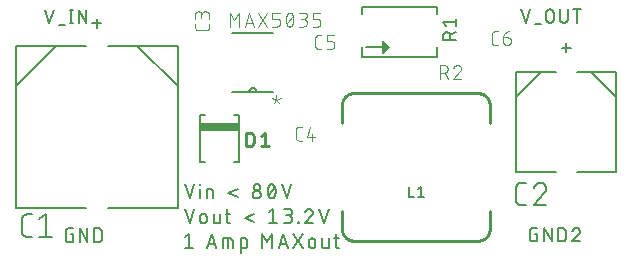
<source format=gto>
G75*
%MOIN*%
%OFA0B0*%
%FSLAX25Y25*%
%IPPOS*%
%LPD*%
%AMOC8*
5,1,8,0,0,1.08239X$1,22.5*
%
%ADD10C,0.00700*%
%ADD11C,0.00600*%
%ADD12C,0.00800*%
%ADD13C,0.00400*%
%ADD14R,0.12992X0.02500*%
%ADD15C,0.01000*%
%ADD16C,0.00500*%
D10*
X0069799Y0007240D02*
X0072465Y0007240D01*
X0071132Y0007240D02*
X0071132Y0012040D01*
X0069799Y0010974D01*
X0077522Y0008440D02*
X0079922Y0008440D01*
X0080322Y0007240D02*
X0078722Y0012040D01*
X0077122Y0007240D01*
X0082567Y0007240D02*
X0082567Y0010440D01*
X0084967Y0010440D01*
X0085022Y0010438D01*
X0085076Y0010433D01*
X0085130Y0010423D01*
X0085183Y0010410D01*
X0085235Y0010394D01*
X0085286Y0010374D01*
X0085335Y0010350D01*
X0085383Y0010324D01*
X0085428Y0010294D01*
X0085472Y0010261D01*
X0085513Y0010225D01*
X0085552Y0010186D01*
X0085588Y0010145D01*
X0085621Y0010101D01*
X0085651Y0010056D01*
X0085677Y0010008D01*
X0085701Y0009959D01*
X0085721Y0009908D01*
X0085737Y0009856D01*
X0085750Y0009803D01*
X0085760Y0009749D01*
X0085765Y0009695D01*
X0085767Y0009640D01*
X0085767Y0007240D01*
X0084167Y0007240D02*
X0084167Y0010440D01*
X0088413Y0010440D02*
X0089747Y0010440D01*
X0089802Y0010438D01*
X0089856Y0010433D01*
X0089910Y0010423D01*
X0089963Y0010410D01*
X0090015Y0010394D01*
X0090066Y0010374D01*
X0090115Y0010350D01*
X0090163Y0010324D01*
X0090208Y0010294D01*
X0090252Y0010261D01*
X0090293Y0010225D01*
X0090332Y0010186D01*
X0090368Y0010145D01*
X0090401Y0010101D01*
X0090431Y0010056D01*
X0090457Y0010008D01*
X0090481Y0009959D01*
X0090501Y0009908D01*
X0090517Y0009856D01*
X0090530Y0009803D01*
X0090540Y0009749D01*
X0090545Y0009695D01*
X0090547Y0009640D01*
X0090547Y0008040D01*
X0090545Y0007985D01*
X0090540Y0007931D01*
X0090530Y0007877D01*
X0090517Y0007824D01*
X0090501Y0007772D01*
X0090481Y0007721D01*
X0090457Y0007672D01*
X0090431Y0007624D01*
X0090401Y0007579D01*
X0090368Y0007535D01*
X0090332Y0007494D01*
X0090293Y0007455D01*
X0090252Y0007419D01*
X0090208Y0007386D01*
X0090163Y0007356D01*
X0090115Y0007330D01*
X0090066Y0007306D01*
X0090015Y0007286D01*
X0089963Y0007270D01*
X0089910Y0007257D01*
X0089856Y0007247D01*
X0089802Y0007242D01*
X0089747Y0007240D01*
X0088413Y0007240D01*
X0088413Y0005640D02*
X0088413Y0010440D01*
X0095602Y0012040D02*
X0097202Y0009374D01*
X0098802Y0012040D01*
X0098802Y0007240D01*
X0101047Y0007240D02*
X0102647Y0012040D01*
X0104247Y0007240D01*
X0105997Y0007240D02*
X0109197Y0012040D01*
X0105997Y0012040D02*
X0109197Y0007240D01*
X0111150Y0008307D02*
X0111150Y0009374D01*
X0111152Y0009438D01*
X0111158Y0009503D01*
X0111167Y0009566D01*
X0111181Y0009629D01*
X0111198Y0009691D01*
X0111219Y0009752D01*
X0111244Y0009812D01*
X0111272Y0009870D01*
X0111304Y0009926D01*
X0111339Y0009980D01*
X0111377Y0010032D01*
X0111418Y0010082D01*
X0111463Y0010128D01*
X0111509Y0010173D01*
X0111559Y0010214D01*
X0111611Y0010252D01*
X0111665Y0010287D01*
X0111721Y0010319D01*
X0111779Y0010347D01*
X0111839Y0010372D01*
X0111900Y0010393D01*
X0111962Y0010410D01*
X0112025Y0010424D01*
X0112088Y0010433D01*
X0112153Y0010439D01*
X0112217Y0010441D01*
X0112281Y0010439D01*
X0112346Y0010433D01*
X0112409Y0010424D01*
X0112472Y0010410D01*
X0112534Y0010393D01*
X0112595Y0010372D01*
X0112655Y0010347D01*
X0112713Y0010319D01*
X0112769Y0010287D01*
X0112823Y0010252D01*
X0112875Y0010214D01*
X0112925Y0010173D01*
X0112971Y0010128D01*
X0113016Y0010082D01*
X0113057Y0010032D01*
X0113095Y0009980D01*
X0113130Y0009926D01*
X0113162Y0009870D01*
X0113190Y0009812D01*
X0113215Y0009752D01*
X0113236Y0009691D01*
X0113253Y0009629D01*
X0113267Y0009566D01*
X0113276Y0009503D01*
X0113282Y0009438D01*
X0113284Y0009374D01*
X0113284Y0008307D01*
X0113282Y0008243D01*
X0113276Y0008178D01*
X0113267Y0008115D01*
X0113253Y0008052D01*
X0113236Y0007990D01*
X0113215Y0007929D01*
X0113190Y0007869D01*
X0113162Y0007811D01*
X0113130Y0007755D01*
X0113095Y0007701D01*
X0113057Y0007649D01*
X0113016Y0007599D01*
X0112971Y0007553D01*
X0112925Y0007508D01*
X0112875Y0007467D01*
X0112823Y0007429D01*
X0112769Y0007394D01*
X0112713Y0007362D01*
X0112655Y0007334D01*
X0112595Y0007309D01*
X0112534Y0007288D01*
X0112472Y0007271D01*
X0112409Y0007257D01*
X0112346Y0007248D01*
X0112281Y0007242D01*
X0112217Y0007240D01*
X0112153Y0007242D01*
X0112088Y0007248D01*
X0112025Y0007257D01*
X0111962Y0007271D01*
X0111900Y0007288D01*
X0111839Y0007309D01*
X0111779Y0007334D01*
X0111721Y0007362D01*
X0111665Y0007394D01*
X0111611Y0007429D01*
X0111559Y0007467D01*
X0111509Y0007508D01*
X0111463Y0007553D01*
X0111418Y0007599D01*
X0111377Y0007649D01*
X0111339Y0007701D01*
X0111304Y0007755D01*
X0111272Y0007811D01*
X0111244Y0007869D01*
X0111219Y0007929D01*
X0111198Y0007990D01*
X0111181Y0008052D01*
X0111167Y0008115D01*
X0111158Y0008178D01*
X0111152Y0008243D01*
X0111150Y0008307D01*
X0115605Y0008040D02*
X0115605Y0010440D01*
X0117739Y0010440D02*
X0117739Y0007240D01*
X0116405Y0007240D01*
X0116350Y0007242D01*
X0116296Y0007247D01*
X0116242Y0007257D01*
X0116189Y0007270D01*
X0116137Y0007286D01*
X0116086Y0007306D01*
X0116037Y0007330D01*
X0115989Y0007356D01*
X0115944Y0007386D01*
X0115900Y0007419D01*
X0115859Y0007455D01*
X0115820Y0007494D01*
X0115784Y0007535D01*
X0115751Y0007579D01*
X0115721Y0007624D01*
X0115695Y0007672D01*
X0115671Y0007721D01*
X0115651Y0007772D01*
X0115635Y0007824D01*
X0115622Y0007877D01*
X0115612Y0007931D01*
X0115607Y0007985D01*
X0115605Y0008040D01*
X0120148Y0008040D02*
X0120148Y0012040D01*
X0119615Y0010440D02*
X0121215Y0010440D01*
X0120148Y0008040D02*
X0120150Y0007985D01*
X0120155Y0007931D01*
X0120165Y0007877D01*
X0120178Y0007824D01*
X0120194Y0007772D01*
X0120214Y0007721D01*
X0120238Y0007672D01*
X0120264Y0007624D01*
X0120294Y0007579D01*
X0120327Y0007535D01*
X0120363Y0007494D01*
X0120402Y0007455D01*
X0120443Y0007419D01*
X0120487Y0007386D01*
X0120532Y0007356D01*
X0120580Y0007330D01*
X0120629Y0007306D01*
X0120680Y0007286D01*
X0120732Y0007270D01*
X0120785Y0007257D01*
X0120839Y0007247D01*
X0120893Y0007242D01*
X0120948Y0007240D01*
X0121215Y0007240D01*
X0103847Y0008440D02*
X0101447Y0008440D01*
X0095602Y0007240D02*
X0095602Y0012040D01*
X0097950Y0015490D02*
X0100617Y0015490D01*
X0099284Y0015490D02*
X0099284Y0020290D01*
X0097950Y0019224D01*
X0092964Y0018690D02*
X0089764Y0017357D01*
X0092964Y0016024D01*
X0085017Y0015490D02*
X0084750Y0015490D01*
X0084695Y0015492D01*
X0084641Y0015497D01*
X0084587Y0015507D01*
X0084534Y0015520D01*
X0084482Y0015536D01*
X0084431Y0015556D01*
X0084382Y0015580D01*
X0084334Y0015606D01*
X0084289Y0015636D01*
X0084245Y0015669D01*
X0084204Y0015705D01*
X0084165Y0015744D01*
X0084129Y0015785D01*
X0084096Y0015829D01*
X0084066Y0015874D01*
X0084040Y0015922D01*
X0084016Y0015971D01*
X0083996Y0016022D01*
X0083980Y0016074D01*
X0083967Y0016127D01*
X0083957Y0016181D01*
X0083952Y0016235D01*
X0083950Y0016290D01*
X0083950Y0020290D01*
X0083417Y0018690D02*
X0085017Y0018690D01*
X0081540Y0018690D02*
X0081540Y0015490D01*
X0080207Y0015490D01*
X0080152Y0015492D01*
X0080098Y0015497D01*
X0080044Y0015507D01*
X0079991Y0015520D01*
X0079939Y0015536D01*
X0079888Y0015556D01*
X0079839Y0015580D01*
X0079791Y0015606D01*
X0079746Y0015636D01*
X0079702Y0015669D01*
X0079661Y0015705D01*
X0079622Y0015744D01*
X0079586Y0015785D01*
X0079553Y0015829D01*
X0079523Y0015874D01*
X0079497Y0015922D01*
X0079473Y0015971D01*
X0079453Y0016022D01*
X0079437Y0016074D01*
X0079424Y0016127D01*
X0079414Y0016181D01*
X0079409Y0016235D01*
X0079407Y0016290D01*
X0079407Y0018690D01*
X0077085Y0017624D02*
X0077085Y0016557D01*
X0077086Y0016557D02*
X0077084Y0016493D01*
X0077078Y0016428D01*
X0077069Y0016365D01*
X0077055Y0016302D01*
X0077038Y0016240D01*
X0077017Y0016179D01*
X0076992Y0016119D01*
X0076964Y0016061D01*
X0076932Y0016005D01*
X0076897Y0015951D01*
X0076859Y0015899D01*
X0076818Y0015849D01*
X0076773Y0015803D01*
X0076727Y0015758D01*
X0076677Y0015717D01*
X0076625Y0015679D01*
X0076571Y0015644D01*
X0076515Y0015612D01*
X0076457Y0015584D01*
X0076397Y0015559D01*
X0076336Y0015538D01*
X0076274Y0015521D01*
X0076211Y0015507D01*
X0076148Y0015498D01*
X0076083Y0015492D01*
X0076019Y0015490D01*
X0075955Y0015492D01*
X0075890Y0015498D01*
X0075827Y0015507D01*
X0075764Y0015521D01*
X0075702Y0015538D01*
X0075641Y0015559D01*
X0075581Y0015584D01*
X0075523Y0015612D01*
X0075467Y0015644D01*
X0075413Y0015679D01*
X0075361Y0015717D01*
X0075311Y0015758D01*
X0075265Y0015803D01*
X0075220Y0015849D01*
X0075179Y0015899D01*
X0075141Y0015951D01*
X0075106Y0016005D01*
X0075074Y0016061D01*
X0075046Y0016119D01*
X0075021Y0016179D01*
X0075000Y0016240D01*
X0074983Y0016302D01*
X0074969Y0016365D01*
X0074960Y0016428D01*
X0074954Y0016493D01*
X0074952Y0016557D01*
X0074952Y0017624D01*
X0074954Y0017688D01*
X0074960Y0017753D01*
X0074969Y0017816D01*
X0074983Y0017879D01*
X0075000Y0017941D01*
X0075021Y0018002D01*
X0075046Y0018062D01*
X0075074Y0018120D01*
X0075106Y0018176D01*
X0075141Y0018230D01*
X0075179Y0018282D01*
X0075220Y0018332D01*
X0075265Y0018378D01*
X0075311Y0018423D01*
X0075361Y0018464D01*
X0075413Y0018502D01*
X0075467Y0018537D01*
X0075523Y0018569D01*
X0075581Y0018597D01*
X0075641Y0018622D01*
X0075702Y0018643D01*
X0075764Y0018660D01*
X0075827Y0018674D01*
X0075890Y0018683D01*
X0075955Y0018689D01*
X0076019Y0018691D01*
X0076083Y0018689D01*
X0076148Y0018683D01*
X0076211Y0018674D01*
X0076274Y0018660D01*
X0076336Y0018643D01*
X0076397Y0018622D01*
X0076457Y0018597D01*
X0076515Y0018569D01*
X0076571Y0018537D01*
X0076625Y0018502D01*
X0076677Y0018464D01*
X0076727Y0018423D01*
X0076773Y0018378D01*
X0076818Y0018332D01*
X0076859Y0018282D01*
X0076897Y0018230D01*
X0076932Y0018176D01*
X0076964Y0018120D01*
X0076992Y0018062D01*
X0077017Y0018002D01*
X0077038Y0017941D01*
X0077055Y0017879D01*
X0077069Y0017816D01*
X0077078Y0017753D01*
X0077084Y0017688D01*
X0077086Y0017624D01*
X0072999Y0020290D02*
X0071399Y0015490D01*
X0069799Y0020290D01*
X0071399Y0023740D02*
X0072999Y0028540D01*
X0074730Y0028540D02*
X0074730Y0028274D01*
X0074997Y0028274D01*
X0074997Y0028540D01*
X0074730Y0028540D01*
X0074864Y0026940D02*
X0074864Y0023740D01*
X0077097Y0023740D02*
X0077097Y0026940D01*
X0078430Y0026940D01*
X0078485Y0026938D01*
X0078539Y0026933D01*
X0078593Y0026923D01*
X0078646Y0026910D01*
X0078698Y0026894D01*
X0078749Y0026874D01*
X0078798Y0026850D01*
X0078846Y0026824D01*
X0078891Y0026794D01*
X0078935Y0026761D01*
X0078976Y0026725D01*
X0079015Y0026686D01*
X0079051Y0026645D01*
X0079084Y0026601D01*
X0079114Y0026556D01*
X0079140Y0026508D01*
X0079164Y0026459D01*
X0079184Y0026408D01*
X0079200Y0026356D01*
X0079213Y0026303D01*
X0079223Y0026249D01*
X0079228Y0026195D01*
X0079230Y0026140D01*
X0079230Y0023740D01*
X0084319Y0025607D02*
X0087519Y0024274D01*
X0087519Y0026940D02*
X0084319Y0025607D01*
X0092506Y0025074D02*
X0092508Y0025002D01*
X0092514Y0024930D01*
X0092524Y0024858D01*
X0092537Y0024787D01*
X0092555Y0024717D01*
X0092576Y0024648D01*
X0092601Y0024581D01*
X0092629Y0024514D01*
X0092661Y0024450D01*
X0092697Y0024387D01*
X0092736Y0024326D01*
X0092778Y0024267D01*
X0092823Y0024211D01*
X0092871Y0024157D01*
X0092922Y0024106D01*
X0092976Y0024058D01*
X0093032Y0024013D01*
X0093091Y0023971D01*
X0093152Y0023932D01*
X0093215Y0023896D01*
X0093279Y0023864D01*
X0093346Y0023836D01*
X0093413Y0023811D01*
X0093482Y0023790D01*
X0093552Y0023772D01*
X0093623Y0023759D01*
X0093695Y0023749D01*
X0093767Y0023743D01*
X0093839Y0023741D01*
X0093911Y0023743D01*
X0093983Y0023749D01*
X0094055Y0023759D01*
X0094126Y0023772D01*
X0094196Y0023790D01*
X0094265Y0023811D01*
X0094332Y0023836D01*
X0094399Y0023864D01*
X0094463Y0023896D01*
X0094526Y0023932D01*
X0094587Y0023971D01*
X0094646Y0024013D01*
X0094702Y0024058D01*
X0094756Y0024106D01*
X0094807Y0024157D01*
X0094855Y0024211D01*
X0094900Y0024267D01*
X0094942Y0024326D01*
X0094981Y0024387D01*
X0095017Y0024450D01*
X0095049Y0024514D01*
X0095077Y0024581D01*
X0095102Y0024648D01*
X0095123Y0024717D01*
X0095141Y0024787D01*
X0095154Y0024858D01*
X0095164Y0024930D01*
X0095170Y0025002D01*
X0095172Y0025074D01*
X0095170Y0025146D01*
X0095164Y0025218D01*
X0095154Y0025290D01*
X0095141Y0025361D01*
X0095123Y0025431D01*
X0095102Y0025500D01*
X0095077Y0025567D01*
X0095049Y0025634D01*
X0095017Y0025698D01*
X0094981Y0025761D01*
X0094942Y0025822D01*
X0094900Y0025881D01*
X0094855Y0025937D01*
X0094807Y0025991D01*
X0094756Y0026042D01*
X0094702Y0026090D01*
X0094646Y0026135D01*
X0094587Y0026177D01*
X0094526Y0026216D01*
X0094463Y0026252D01*
X0094399Y0026284D01*
X0094332Y0026312D01*
X0094265Y0026337D01*
X0094196Y0026358D01*
X0094126Y0026376D01*
X0094055Y0026389D01*
X0093983Y0026399D01*
X0093911Y0026405D01*
X0093839Y0026407D01*
X0093767Y0026405D01*
X0093695Y0026399D01*
X0093623Y0026389D01*
X0093552Y0026376D01*
X0093482Y0026358D01*
X0093413Y0026337D01*
X0093346Y0026312D01*
X0093279Y0026284D01*
X0093215Y0026252D01*
X0093152Y0026216D01*
X0093091Y0026177D01*
X0093032Y0026135D01*
X0092976Y0026090D01*
X0092922Y0026042D01*
X0092871Y0025991D01*
X0092823Y0025937D01*
X0092778Y0025881D01*
X0092736Y0025822D01*
X0092697Y0025761D01*
X0092661Y0025698D01*
X0092629Y0025634D01*
X0092601Y0025567D01*
X0092576Y0025500D01*
X0092555Y0025431D01*
X0092537Y0025361D01*
X0092524Y0025290D01*
X0092514Y0025218D01*
X0092508Y0025146D01*
X0092506Y0025074D01*
X0099722Y0024406D02*
X0099773Y0024515D01*
X0099820Y0024625D01*
X0099864Y0024736D01*
X0099905Y0024848D01*
X0099942Y0024962D01*
X0099976Y0025077D01*
X0100007Y0025192D01*
X0100034Y0025309D01*
X0100057Y0025426D01*
X0100077Y0025544D01*
X0100093Y0025663D01*
X0100106Y0025782D01*
X0100115Y0025901D01*
X0100120Y0026020D01*
X0100122Y0026140D01*
X0097455Y0026140D02*
X0097457Y0026260D01*
X0097462Y0026379D01*
X0097471Y0026498D01*
X0097484Y0026617D01*
X0097500Y0026736D01*
X0097520Y0026854D01*
X0097543Y0026971D01*
X0097570Y0027088D01*
X0097601Y0027203D01*
X0097635Y0027318D01*
X0097672Y0027432D01*
X0097713Y0027544D01*
X0097757Y0027655D01*
X0097804Y0027765D01*
X0097855Y0027874D01*
X0098789Y0028541D02*
X0098850Y0028539D01*
X0098911Y0028533D01*
X0098972Y0028524D01*
X0099031Y0028511D01*
X0099090Y0028494D01*
X0099148Y0028473D01*
X0099204Y0028449D01*
X0099259Y0028422D01*
X0099312Y0028391D01*
X0099363Y0028357D01*
X0099411Y0028320D01*
X0099458Y0028280D01*
X0099501Y0028237D01*
X0099542Y0028192D01*
X0099580Y0028144D01*
X0099615Y0028094D01*
X0099647Y0028041D01*
X0099676Y0027987D01*
X0099701Y0027931D01*
X0099723Y0027874D01*
X0099855Y0027474D02*
X0097722Y0024807D01*
X0098789Y0023740D02*
X0098850Y0023742D01*
X0098911Y0023748D01*
X0098972Y0023757D01*
X0099031Y0023770D01*
X0099090Y0023787D01*
X0099148Y0023808D01*
X0099204Y0023832D01*
X0099259Y0023859D01*
X0099312Y0023890D01*
X0099363Y0023924D01*
X0099411Y0023961D01*
X0099458Y0024001D01*
X0099501Y0024044D01*
X0099542Y0024089D01*
X0099580Y0024137D01*
X0099615Y0024187D01*
X0099647Y0024240D01*
X0099676Y0024294D01*
X0099701Y0024350D01*
X0099723Y0024407D01*
X0098789Y0023740D02*
X0098728Y0023742D01*
X0098667Y0023748D01*
X0098606Y0023757D01*
X0098547Y0023770D01*
X0098488Y0023787D01*
X0098430Y0023808D01*
X0098374Y0023832D01*
X0098319Y0023859D01*
X0098266Y0023890D01*
X0098215Y0023924D01*
X0098167Y0023961D01*
X0098120Y0024001D01*
X0098077Y0024044D01*
X0098036Y0024089D01*
X0097998Y0024137D01*
X0097963Y0024187D01*
X0097931Y0024240D01*
X0097902Y0024294D01*
X0097877Y0024350D01*
X0097855Y0024407D01*
X0100122Y0026140D02*
X0100120Y0026260D01*
X0100115Y0026379D01*
X0100106Y0026498D01*
X0100093Y0026617D01*
X0100077Y0026736D01*
X0100057Y0026854D01*
X0100034Y0026971D01*
X0100007Y0027088D01*
X0099976Y0027203D01*
X0099942Y0027318D01*
X0099905Y0027432D01*
X0099864Y0027544D01*
X0099820Y0027655D01*
X0099773Y0027765D01*
X0099722Y0027874D01*
X0098789Y0028541D02*
X0098728Y0028539D01*
X0098667Y0028533D01*
X0098606Y0028524D01*
X0098547Y0028511D01*
X0098488Y0028494D01*
X0098430Y0028473D01*
X0098374Y0028449D01*
X0098319Y0028422D01*
X0098266Y0028391D01*
X0098215Y0028357D01*
X0098167Y0028320D01*
X0098120Y0028280D01*
X0098077Y0028237D01*
X0098036Y0028192D01*
X0097998Y0028144D01*
X0097963Y0028094D01*
X0097931Y0028041D01*
X0097902Y0027987D01*
X0097877Y0027931D01*
X0097855Y0027874D01*
X0097455Y0026140D02*
X0097457Y0026020D01*
X0097462Y0025901D01*
X0097471Y0025782D01*
X0097484Y0025663D01*
X0097500Y0025544D01*
X0097520Y0025426D01*
X0097543Y0025309D01*
X0097570Y0025192D01*
X0097601Y0025077D01*
X0097635Y0024962D01*
X0097672Y0024848D01*
X0097713Y0024736D01*
X0097757Y0024625D01*
X0097804Y0024515D01*
X0097855Y0024406D01*
X0103739Y0023740D02*
X0105339Y0028540D01*
X0102139Y0028540D02*
X0103739Y0023740D01*
X0104500Y0020290D02*
X0102900Y0020290D01*
X0104500Y0020291D02*
X0104564Y0020289D01*
X0104629Y0020283D01*
X0104692Y0020274D01*
X0104755Y0020260D01*
X0104817Y0020243D01*
X0104878Y0020222D01*
X0104938Y0020197D01*
X0104996Y0020169D01*
X0105052Y0020137D01*
X0105106Y0020102D01*
X0105158Y0020064D01*
X0105208Y0020023D01*
X0105254Y0019978D01*
X0105299Y0019932D01*
X0105340Y0019882D01*
X0105378Y0019830D01*
X0105413Y0019776D01*
X0105445Y0019720D01*
X0105473Y0019662D01*
X0105498Y0019602D01*
X0105519Y0019541D01*
X0105536Y0019479D01*
X0105550Y0019416D01*
X0105559Y0019353D01*
X0105565Y0019288D01*
X0105567Y0019224D01*
X0105565Y0019160D01*
X0105559Y0019095D01*
X0105550Y0019032D01*
X0105536Y0018969D01*
X0105519Y0018907D01*
X0105498Y0018846D01*
X0105473Y0018786D01*
X0105445Y0018728D01*
X0105413Y0018672D01*
X0105378Y0018618D01*
X0105340Y0018566D01*
X0105299Y0018516D01*
X0105254Y0018470D01*
X0105208Y0018425D01*
X0105158Y0018384D01*
X0105106Y0018346D01*
X0105052Y0018311D01*
X0104996Y0018279D01*
X0104938Y0018251D01*
X0104878Y0018226D01*
X0104817Y0018205D01*
X0104755Y0018188D01*
X0104692Y0018174D01*
X0104629Y0018165D01*
X0104564Y0018159D01*
X0104500Y0018157D01*
X0103434Y0018157D01*
X0104234Y0018157D02*
X0104306Y0018155D01*
X0104378Y0018149D01*
X0104450Y0018139D01*
X0104521Y0018126D01*
X0104591Y0018108D01*
X0104660Y0018087D01*
X0104727Y0018062D01*
X0104794Y0018034D01*
X0104858Y0018002D01*
X0104921Y0017966D01*
X0104982Y0017927D01*
X0105041Y0017885D01*
X0105097Y0017840D01*
X0105151Y0017792D01*
X0105202Y0017741D01*
X0105250Y0017687D01*
X0105295Y0017631D01*
X0105337Y0017572D01*
X0105376Y0017511D01*
X0105412Y0017448D01*
X0105444Y0017384D01*
X0105472Y0017317D01*
X0105497Y0017250D01*
X0105518Y0017181D01*
X0105536Y0017111D01*
X0105549Y0017040D01*
X0105559Y0016968D01*
X0105565Y0016896D01*
X0105567Y0016824D01*
X0105565Y0016752D01*
X0105559Y0016680D01*
X0105549Y0016608D01*
X0105536Y0016537D01*
X0105518Y0016467D01*
X0105497Y0016398D01*
X0105472Y0016331D01*
X0105444Y0016264D01*
X0105412Y0016200D01*
X0105376Y0016137D01*
X0105337Y0016076D01*
X0105295Y0016017D01*
X0105250Y0015961D01*
X0105202Y0015907D01*
X0105151Y0015856D01*
X0105097Y0015808D01*
X0105041Y0015763D01*
X0104982Y0015721D01*
X0104921Y0015682D01*
X0104858Y0015646D01*
X0104794Y0015614D01*
X0104727Y0015586D01*
X0104660Y0015561D01*
X0104591Y0015540D01*
X0104521Y0015522D01*
X0104450Y0015509D01*
X0104378Y0015499D01*
X0104306Y0015493D01*
X0104234Y0015491D01*
X0104234Y0015490D02*
X0102900Y0015490D01*
X0107565Y0015490D02*
X0107832Y0015490D01*
X0107832Y0015757D01*
X0107565Y0015757D01*
X0107565Y0015490D01*
X0109830Y0015490D02*
X0112497Y0015490D01*
X0116114Y0015490D02*
X0117714Y0020290D01*
X0114514Y0020290D02*
X0116114Y0015490D01*
X0112097Y0018157D02*
X0109830Y0015490D01*
X0109830Y0019224D02*
X0109856Y0019297D01*
X0109885Y0019369D01*
X0109918Y0019439D01*
X0109955Y0019508D01*
X0109994Y0019574D01*
X0110038Y0019639D01*
X0110084Y0019701D01*
X0110133Y0019761D01*
X0110186Y0019818D01*
X0110241Y0019872D01*
X0110299Y0019924D01*
X0110359Y0019973D01*
X0110422Y0020018D01*
X0110487Y0020061D01*
X0110554Y0020100D01*
X0110622Y0020136D01*
X0110693Y0020168D01*
X0110765Y0020196D01*
X0110839Y0020221D01*
X0110913Y0020242D01*
X0110989Y0020260D01*
X0111065Y0020273D01*
X0111142Y0020283D01*
X0111219Y0020289D01*
X0111297Y0020291D01*
X0111297Y0020290D02*
X0111364Y0020288D01*
X0111431Y0020282D01*
X0111498Y0020273D01*
X0111564Y0020260D01*
X0111629Y0020243D01*
X0111693Y0020223D01*
X0111756Y0020199D01*
X0111818Y0020171D01*
X0111877Y0020140D01*
X0111935Y0020106D01*
X0111991Y0020069D01*
X0112045Y0020028D01*
X0112097Y0019985D01*
X0112146Y0019939D01*
X0112192Y0019890D01*
X0112235Y0019838D01*
X0112276Y0019784D01*
X0112313Y0019728D01*
X0112347Y0019670D01*
X0112378Y0019611D01*
X0112406Y0019549D01*
X0112430Y0019486D01*
X0112450Y0019422D01*
X0112467Y0019357D01*
X0112480Y0019291D01*
X0112489Y0019224D01*
X0112495Y0019157D01*
X0112497Y0019090D01*
X0112495Y0019020D01*
X0112489Y0018951D01*
X0112480Y0018882D01*
X0112467Y0018814D01*
X0112450Y0018746D01*
X0112430Y0018680D01*
X0112406Y0018614D01*
X0112379Y0018550D01*
X0112348Y0018488D01*
X0112314Y0018427D01*
X0112276Y0018369D01*
X0112236Y0018312D01*
X0112192Y0018258D01*
X0112146Y0018206D01*
X0112097Y0018157D01*
X0094906Y0027474D02*
X0094904Y0027410D01*
X0094898Y0027345D01*
X0094889Y0027282D01*
X0094875Y0027219D01*
X0094858Y0027157D01*
X0094837Y0027096D01*
X0094812Y0027036D01*
X0094784Y0026978D01*
X0094752Y0026922D01*
X0094717Y0026868D01*
X0094679Y0026816D01*
X0094638Y0026766D01*
X0094593Y0026720D01*
X0094547Y0026675D01*
X0094497Y0026634D01*
X0094445Y0026596D01*
X0094391Y0026561D01*
X0094335Y0026529D01*
X0094277Y0026501D01*
X0094217Y0026476D01*
X0094156Y0026455D01*
X0094094Y0026438D01*
X0094031Y0026424D01*
X0093968Y0026415D01*
X0093903Y0026409D01*
X0093839Y0026407D01*
X0093775Y0026409D01*
X0093710Y0026415D01*
X0093647Y0026424D01*
X0093584Y0026438D01*
X0093522Y0026455D01*
X0093461Y0026476D01*
X0093401Y0026501D01*
X0093343Y0026529D01*
X0093287Y0026561D01*
X0093233Y0026596D01*
X0093181Y0026634D01*
X0093131Y0026675D01*
X0093085Y0026720D01*
X0093040Y0026766D01*
X0092999Y0026816D01*
X0092961Y0026868D01*
X0092926Y0026922D01*
X0092894Y0026978D01*
X0092866Y0027036D01*
X0092841Y0027096D01*
X0092820Y0027157D01*
X0092803Y0027219D01*
X0092789Y0027282D01*
X0092780Y0027345D01*
X0092774Y0027410D01*
X0092772Y0027474D01*
X0092774Y0027538D01*
X0092780Y0027603D01*
X0092789Y0027666D01*
X0092803Y0027729D01*
X0092820Y0027791D01*
X0092841Y0027852D01*
X0092866Y0027912D01*
X0092894Y0027970D01*
X0092926Y0028026D01*
X0092961Y0028080D01*
X0092999Y0028132D01*
X0093040Y0028182D01*
X0093085Y0028228D01*
X0093131Y0028273D01*
X0093181Y0028314D01*
X0093233Y0028352D01*
X0093287Y0028387D01*
X0093343Y0028419D01*
X0093401Y0028447D01*
X0093461Y0028472D01*
X0093522Y0028493D01*
X0093584Y0028510D01*
X0093647Y0028524D01*
X0093710Y0028533D01*
X0093775Y0028539D01*
X0093839Y0028541D01*
X0093903Y0028539D01*
X0093968Y0028533D01*
X0094031Y0028524D01*
X0094094Y0028510D01*
X0094156Y0028493D01*
X0094217Y0028472D01*
X0094277Y0028447D01*
X0094335Y0028419D01*
X0094391Y0028387D01*
X0094445Y0028352D01*
X0094497Y0028314D01*
X0094547Y0028273D01*
X0094593Y0028228D01*
X0094638Y0028182D01*
X0094679Y0028132D01*
X0094717Y0028080D01*
X0094752Y0028026D01*
X0094784Y0027970D01*
X0094812Y0027912D01*
X0094837Y0027852D01*
X0094858Y0027791D01*
X0094875Y0027729D01*
X0094889Y0027666D01*
X0094898Y0027603D01*
X0094904Y0027538D01*
X0094906Y0027474D01*
X0071399Y0023740D02*
X0069799Y0028540D01*
X0144635Y0027608D02*
X0144635Y0024308D01*
X0146101Y0024308D01*
X0147623Y0024308D02*
X0149457Y0024308D01*
X0148540Y0024308D02*
X0148540Y0027608D01*
X0147623Y0026875D01*
D11*
X0180272Y0032609D02*
X0193472Y0032609D01*
X0200472Y0032609D02*
X0213672Y0032609D01*
X0213672Y0066009D01*
X0200472Y0066009D01*
X0205372Y0066009D02*
X0213672Y0057709D01*
X0193472Y0066009D02*
X0188572Y0066009D01*
X0180272Y0057709D01*
X0180272Y0066009D02*
X0180272Y0032609D01*
X0099354Y0059341D02*
X0093654Y0059341D01*
X0091254Y0059341D01*
X0085554Y0059341D01*
X0091254Y0059341D02*
X0091256Y0059410D01*
X0091262Y0059478D01*
X0091272Y0059546D01*
X0091285Y0059613D01*
X0091303Y0059679D01*
X0091324Y0059744D01*
X0091349Y0059808D01*
X0091377Y0059870D01*
X0091409Y0059931D01*
X0091444Y0059990D01*
X0091483Y0060046D01*
X0091525Y0060101D01*
X0091570Y0060152D01*
X0091618Y0060202D01*
X0091668Y0060248D01*
X0091721Y0060291D01*
X0091777Y0060332D01*
X0091834Y0060369D01*
X0091894Y0060402D01*
X0091956Y0060433D01*
X0092019Y0060459D01*
X0092083Y0060482D01*
X0092149Y0060502D01*
X0092216Y0060517D01*
X0092283Y0060529D01*
X0092351Y0060537D01*
X0092420Y0060541D01*
X0092488Y0060541D01*
X0092557Y0060537D01*
X0092625Y0060529D01*
X0092692Y0060517D01*
X0092759Y0060502D01*
X0092825Y0060482D01*
X0092889Y0060459D01*
X0092952Y0060433D01*
X0093014Y0060402D01*
X0093074Y0060369D01*
X0093131Y0060332D01*
X0093187Y0060291D01*
X0093240Y0060248D01*
X0093290Y0060202D01*
X0093338Y0060152D01*
X0093383Y0060101D01*
X0093425Y0060046D01*
X0093464Y0059990D01*
X0093499Y0059931D01*
X0093531Y0059870D01*
X0093559Y0059808D01*
X0093584Y0059744D01*
X0093605Y0059679D01*
X0093623Y0059613D01*
X0093636Y0059546D01*
X0093646Y0059478D01*
X0093652Y0059410D01*
X0093654Y0059341D01*
X0087881Y0051715D02*
X0086110Y0051715D01*
X0087881Y0051715D02*
X0087881Y0035770D01*
X0086110Y0035770D01*
X0076661Y0035770D02*
X0074889Y0035770D01*
X0074889Y0051715D01*
X0076661Y0051715D01*
X0067533Y0061106D02*
X0054033Y0074606D01*
X0044233Y0074606D02*
X0067533Y0074606D01*
X0067533Y0020606D01*
X0044233Y0020606D01*
X0036833Y0020606D02*
X0013533Y0020606D01*
X0013533Y0074606D01*
X0027033Y0074606D01*
X0013533Y0061106D01*
X0027033Y0074606D02*
X0036833Y0074606D01*
X0040533Y0080606D02*
X0040533Y0083606D01*
X0042033Y0082106D02*
X0039033Y0082106D01*
X0085554Y0078941D02*
X0099354Y0078941D01*
X0128772Y0074121D02*
X0128772Y0070921D01*
X0153772Y0070921D01*
X0153772Y0074121D01*
X0137772Y0074121D02*
X0137272Y0073621D01*
X0136772Y0073121D01*
X0136272Y0072621D01*
X0135772Y0072121D01*
X0135772Y0076121D01*
X0136272Y0075621D01*
X0136272Y0074121D01*
X0136272Y0072621D01*
X0136772Y0073121D02*
X0136772Y0075121D01*
X0137272Y0074621D01*
X0137272Y0073621D01*
X0137772Y0074121D02*
X0136272Y0074121D01*
X0130272Y0074121D01*
X0136272Y0075621D02*
X0136772Y0075121D01*
X0137272Y0074621D02*
X0137772Y0074121D01*
X0128772Y0085121D02*
X0128772Y0087621D01*
X0153772Y0087621D01*
X0153772Y0085121D01*
X0195472Y0074009D02*
X0198472Y0074009D01*
X0196972Y0072509D02*
X0196972Y0075509D01*
X0188572Y0066009D02*
X0180272Y0066009D01*
D12*
X0018791Y0011036D02*
X0017147Y0011036D01*
X0017069Y0011038D01*
X0016991Y0011043D01*
X0016913Y0011053D01*
X0016836Y0011066D01*
X0016759Y0011082D01*
X0016684Y0011103D01*
X0016609Y0011126D01*
X0016536Y0011154D01*
X0016464Y0011185D01*
X0016394Y0011219D01*
X0016325Y0011256D01*
X0016258Y0011297D01*
X0016193Y0011341D01*
X0016131Y0011388D01*
X0016070Y0011438D01*
X0016013Y0011490D01*
X0015957Y0011546D01*
X0015905Y0011603D01*
X0015855Y0011664D01*
X0015808Y0011726D01*
X0015764Y0011791D01*
X0015723Y0011858D01*
X0015686Y0011927D01*
X0015652Y0011997D01*
X0015621Y0012069D01*
X0015593Y0012142D01*
X0015570Y0012217D01*
X0015549Y0012292D01*
X0015533Y0012369D01*
X0015520Y0012446D01*
X0015510Y0012524D01*
X0015505Y0012602D01*
X0015503Y0012680D01*
X0015502Y0012680D02*
X0015502Y0016791D01*
X0015503Y0016791D02*
X0015505Y0016872D01*
X0015511Y0016952D01*
X0015521Y0017032D01*
X0015535Y0017112D01*
X0015552Y0017190D01*
X0015574Y0017268D01*
X0015599Y0017345D01*
X0015628Y0017420D01*
X0015661Y0017494D01*
X0015697Y0017566D01*
X0015737Y0017636D01*
X0015780Y0017704D01*
X0015827Y0017770D01*
X0015876Y0017834D01*
X0015929Y0017895D01*
X0015985Y0017953D01*
X0016043Y0018009D01*
X0016104Y0018062D01*
X0016168Y0018111D01*
X0016234Y0018158D01*
X0016302Y0018201D01*
X0016372Y0018241D01*
X0016444Y0018277D01*
X0016518Y0018310D01*
X0016593Y0018339D01*
X0016670Y0018364D01*
X0016748Y0018386D01*
X0016826Y0018403D01*
X0016906Y0018417D01*
X0016986Y0018427D01*
X0017066Y0018433D01*
X0017147Y0018435D01*
X0017147Y0018436D02*
X0018791Y0018436D01*
X0021369Y0016791D02*
X0023425Y0018436D01*
X0023425Y0011036D01*
X0025480Y0011036D02*
X0021369Y0011036D01*
X0180264Y0023249D02*
X0180264Y0027360D01*
X0180266Y0027441D01*
X0180272Y0027521D01*
X0180282Y0027601D01*
X0180296Y0027681D01*
X0180313Y0027759D01*
X0180335Y0027837D01*
X0180360Y0027914D01*
X0180389Y0027989D01*
X0180422Y0028063D01*
X0180458Y0028135D01*
X0180498Y0028205D01*
X0180541Y0028273D01*
X0180588Y0028339D01*
X0180637Y0028403D01*
X0180690Y0028464D01*
X0180746Y0028522D01*
X0180804Y0028578D01*
X0180865Y0028631D01*
X0180929Y0028680D01*
X0180995Y0028727D01*
X0181063Y0028770D01*
X0181133Y0028810D01*
X0181205Y0028846D01*
X0181279Y0028879D01*
X0181354Y0028908D01*
X0181431Y0028933D01*
X0181509Y0028955D01*
X0181587Y0028972D01*
X0181667Y0028986D01*
X0181747Y0028996D01*
X0181827Y0029002D01*
X0181908Y0029004D01*
X0183553Y0029004D01*
X0189625Y0025715D02*
X0189685Y0025775D01*
X0189743Y0025837D01*
X0189798Y0025902D01*
X0189850Y0025968D01*
X0189899Y0026038D01*
X0189945Y0026109D01*
X0189988Y0026181D01*
X0190028Y0026256D01*
X0190064Y0026333D01*
X0190098Y0026410D01*
X0190128Y0026490D01*
X0190154Y0026570D01*
X0190177Y0026651D01*
X0190197Y0026734D01*
X0190213Y0026817D01*
X0190226Y0026901D01*
X0190235Y0026985D01*
X0190240Y0027069D01*
X0190242Y0027154D01*
X0189625Y0025715D02*
X0186131Y0021604D01*
X0190242Y0021604D01*
X0183553Y0021604D02*
X0181908Y0021604D01*
X0181908Y0021605D02*
X0181830Y0021607D01*
X0181752Y0021612D01*
X0181674Y0021622D01*
X0181597Y0021635D01*
X0181520Y0021651D01*
X0181445Y0021672D01*
X0181370Y0021695D01*
X0181297Y0021723D01*
X0181225Y0021754D01*
X0181155Y0021788D01*
X0181086Y0021825D01*
X0181019Y0021866D01*
X0180954Y0021910D01*
X0180892Y0021957D01*
X0180831Y0022007D01*
X0180774Y0022059D01*
X0180718Y0022115D01*
X0180666Y0022172D01*
X0180616Y0022233D01*
X0180569Y0022295D01*
X0180525Y0022360D01*
X0180484Y0022427D01*
X0180447Y0022496D01*
X0180413Y0022566D01*
X0180382Y0022638D01*
X0180354Y0022711D01*
X0180331Y0022786D01*
X0180310Y0022861D01*
X0180294Y0022938D01*
X0180281Y0023015D01*
X0180271Y0023093D01*
X0180266Y0023171D01*
X0180264Y0023249D01*
X0186131Y0027359D02*
X0186162Y0027450D01*
X0186197Y0027540D01*
X0186236Y0027628D01*
X0186279Y0027715D01*
X0186325Y0027800D01*
X0186374Y0027883D01*
X0186426Y0027964D01*
X0186482Y0028042D01*
X0186541Y0028119D01*
X0186603Y0028192D01*
X0186668Y0028264D01*
X0186736Y0028332D01*
X0186806Y0028398D01*
X0186880Y0028461D01*
X0186955Y0028521D01*
X0187033Y0028577D01*
X0187113Y0028631D01*
X0187196Y0028681D01*
X0187280Y0028728D01*
X0187366Y0028771D01*
X0187454Y0028811D01*
X0187543Y0028847D01*
X0187634Y0028880D01*
X0187726Y0028909D01*
X0187819Y0028934D01*
X0187913Y0028955D01*
X0188008Y0028973D01*
X0188103Y0028986D01*
X0188199Y0028996D01*
X0188296Y0029002D01*
X0188392Y0029004D01*
X0188475Y0029002D01*
X0188558Y0028997D01*
X0188640Y0028987D01*
X0188722Y0028974D01*
X0188804Y0028958D01*
X0188884Y0028937D01*
X0188964Y0028913D01*
X0189042Y0028886D01*
X0189119Y0028855D01*
X0189195Y0028821D01*
X0189269Y0028783D01*
X0189341Y0028742D01*
X0189411Y0028698D01*
X0189479Y0028651D01*
X0189545Y0028600D01*
X0189609Y0028547D01*
X0189670Y0028491D01*
X0189729Y0028432D01*
X0189785Y0028371D01*
X0189838Y0028307D01*
X0189889Y0028241D01*
X0189936Y0028173D01*
X0189980Y0028103D01*
X0190021Y0028031D01*
X0190059Y0027957D01*
X0190093Y0027881D01*
X0190124Y0027804D01*
X0190151Y0027726D01*
X0190175Y0027646D01*
X0190196Y0027566D01*
X0190212Y0027484D01*
X0190225Y0027402D01*
X0190235Y0027320D01*
X0190240Y0027237D01*
X0190242Y0027154D01*
D13*
X0113138Y0044062D02*
X0110583Y0044062D01*
X0111605Y0047639D01*
X0108864Y0047639D02*
X0107842Y0047639D01*
X0107780Y0047637D01*
X0107719Y0047632D01*
X0107658Y0047622D01*
X0107597Y0047609D01*
X0107538Y0047593D01*
X0107480Y0047573D01*
X0107423Y0047549D01*
X0107367Y0047522D01*
X0107313Y0047492D01*
X0107261Y0047458D01*
X0107212Y0047421D01*
X0107164Y0047382D01*
X0107119Y0047340D01*
X0107077Y0047295D01*
X0107037Y0047247D01*
X0107001Y0047198D01*
X0106967Y0047146D01*
X0106937Y0047092D01*
X0106910Y0047036D01*
X0106886Y0046979D01*
X0106866Y0046921D01*
X0106850Y0046862D01*
X0106837Y0046801D01*
X0106827Y0046740D01*
X0106822Y0046679D01*
X0106820Y0046617D01*
X0106820Y0044062D01*
X0106822Y0044000D01*
X0106827Y0043939D01*
X0106837Y0043878D01*
X0106850Y0043817D01*
X0106866Y0043758D01*
X0106886Y0043700D01*
X0106910Y0043643D01*
X0106937Y0043587D01*
X0106967Y0043533D01*
X0107001Y0043481D01*
X0107037Y0043432D01*
X0107077Y0043384D01*
X0107119Y0043339D01*
X0107164Y0043297D01*
X0107212Y0043257D01*
X0107261Y0043221D01*
X0107313Y0043187D01*
X0107367Y0043157D01*
X0107423Y0043130D01*
X0107480Y0043106D01*
X0107538Y0043086D01*
X0107597Y0043070D01*
X0107658Y0043057D01*
X0107719Y0043047D01*
X0107780Y0043042D01*
X0107842Y0043040D01*
X0107842Y0043039D02*
X0108864Y0043039D01*
X0112372Y0043039D02*
X0112372Y0045084D01*
X0101243Y0055480D02*
X0100348Y0056630D01*
X0098943Y0057141D01*
X0100348Y0056630D02*
X0101754Y0057141D01*
X0100348Y0056630D02*
X0099454Y0055480D01*
X0100348Y0056630D02*
X0100348Y0058163D01*
X0114306Y0073609D02*
X0115328Y0073609D01*
X0114306Y0073609D02*
X0114244Y0073611D01*
X0114183Y0073616D01*
X0114122Y0073626D01*
X0114061Y0073639D01*
X0114002Y0073655D01*
X0113944Y0073675D01*
X0113887Y0073699D01*
X0113831Y0073726D01*
X0113777Y0073756D01*
X0113725Y0073790D01*
X0113676Y0073826D01*
X0113628Y0073866D01*
X0113583Y0073908D01*
X0113541Y0073953D01*
X0113501Y0074001D01*
X0113465Y0074050D01*
X0113431Y0074102D01*
X0113401Y0074156D01*
X0113374Y0074212D01*
X0113350Y0074269D01*
X0113330Y0074327D01*
X0113314Y0074386D01*
X0113301Y0074447D01*
X0113291Y0074508D01*
X0113286Y0074569D01*
X0113284Y0074631D01*
X0113284Y0077186D01*
X0113286Y0077248D01*
X0113291Y0077309D01*
X0113301Y0077370D01*
X0113314Y0077431D01*
X0113330Y0077490D01*
X0113350Y0077548D01*
X0113374Y0077605D01*
X0113401Y0077661D01*
X0113431Y0077715D01*
X0113465Y0077767D01*
X0113501Y0077816D01*
X0113541Y0077864D01*
X0113583Y0077909D01*
X0113628Y0077951D01*
X0113676Y0077990D01*
X0113725Y0078027D01*
X0113777Y0078061D01*
X0113831Y0078091D01*
X0113887Y0078118D01*
X0113944Y0078142D01*
X0114002Y0078162D01*
X0114061Y0078178D01*
X0114122Y0078191D01*
X0114183Y0078201D01*
X0114244Y0078206D01*
X0114306Y0078208D01*
X0114306Y0078209D02*
X0115328Y0078209D01*
X0117047Y0078209D02*
X0119603Y0078209D01*
X0117047Y0078209D02*
X0117047Y0076164D01*
X0118580Y0076164D01*
X0118642Y0076162D01*
X0118703Y0076157D01*
X0118764Y0076147D01*
X0118825Y0076134D01*
X0118884Y0076118D01*
X0118942Y0076098D01*
X0118999Y0076074D01*
X0119055Y0076047D01*
X0119109Y0076017D01*
X0119161Y0075983D01*
X0119210Y0075947D01*
X0119258Y0075907D01*
X0119303Y0075865D01*
X0119345Y0075820D01*
X0119385Y0075772D01*
X0119421Y0075723D01*
X0119455Y0075671D01*
X0119485Y0075617D01*
X0119512Y0075561D01*
X0119536Y0075504D01*
X0119556Y0075446D01*
X0119572Y0075387D01*
X0119585Y0075326D01*
X0119595Y0075265D01*
X0119600Y0075204D01*
X0119602Y0075142D01*
X0119603Y0075142D02*
X0119603Y0074631D01*
X0119602Y0074631D02*
X0119600Y0074569D01*
X0119595Y0074508D01*
X0119585Y0074447D01*
X0119572Y0074386D01*
X0119556Y0074327D01*
X0119536Y0074269D01*
X0119512Y0074212D01*
X0119485Y0074156D01*
X0119455Y0074102D01*
X0119421Y0074050D01*
X0119385Y0074001D01*
X0119345Y0073953D01*
X0119303Y0073908D01*
X0119258Y0073866D01*
X0119210Y0073826D01*
X0119161Y0073790D01*
X0119109Y0073756D01*
X0119055Y0073726D01*
X0118999Y0073699D01*
X0118942Y0073675D01*
X0118884Y0073655D01*
X0118825Y0073639D01*
X0118764Y0073626D01*
X0118703Y0073616D01*
X0118642Y0073611D01*
X0118580Y0073609D01*
X0117047Y0073609D01*
X0114005Y0081052D02*
X0112472Y0081052D01*
X0114005Y0081052D02*
X0114067Y0081054D01*
X0114128Y0081059D01*
X0114189Y0081069D01*
X0114250Y0081082D01*
X0114309Y0081098D01*
X0114367Y0081118D01*
X0114424Y0081142D01*
X0114480Y0081169D01*
X0114534Y0081199D01*
X0114586Y0081233D01*
X0114635Y0081269D01*
X0114683Y0081309D01*
X0114728Y0081351D01*
X0114770Y0081396D01*
X0114810Y0081444D01*
X0114846Y0081493D01*
X0114880Y0081545D01*
X0114910Y0081599D01*
X0114937Y0081655D01*
X0114961Y0081712D01*
X0114981Y0081770D01*
X0114997Y0081829D01*
X0115010Y0081890D01*
X0115020Y0081951D01*
X0115025Y0082012D01*
X0115027Y0082074D01*
X0115027Y0082585D01*
X0115025Y0082647D01*
X0115020Y0082708D01*
X0115010Y0082769D01*
X0114997Y0082830D01*
X0114981Y0082889D01*
X0114961Y0082947D01*
X0114937Y0083004D01*
X0114910Y0083060D01*
X0114880Y0083114D01*
X0114846Y0083166D01*
X0114810Y0083215D01*
X0114770Y0083263D01*
X0114728Y0083308D01*
X0114683Y0083350D01*
X0114635Y0083390D01*
X0114586Y0083426D01*
X0114534Y0083460D01*
X0114480Y0083490D01*
X0114424Y0083517D01*
X0114367Y0083541D01*
X0114309Y0083561D01*
X0114250Y0083577D01*
X0114189Y0083590D01*
X0114128Y0083600D01*
X0114067Y0083605D01*
X0114005Y0083607D01*
X0112472Y0083607D01*
X0112472Y0085652D01*
X0115027Y0085652D01*
X0109505Y0085652D02*
X0107972Y0085652D01*
X0109505Y0085652D02*
X0109568Y0085650D01*
X0109631Y0085644D01*
X0109693Y0085635D01*
X0109754Y0085621D01*
X0109815Y0085604D01*
X0109874Y0085583D01*
X0109932Y0085558D01*
X0109989Y0085530D01*
X0110043Y0085499D01*
X0110095Y0085464D01*
X0110146Y0085426D01*
X0110194Y0085385D01*
X0110239Y0085341D01*
X0110281Y0085295D01*
X0110321Y0085246D01*
X0110357Y0085195D01*
X0110390Y0085141D01*
X0110420Y0085086D01*
X0110446Y0085028D01*
X0110469Y0084970D01*
X0110488Y0084910D01*
X0110503Y0084849D01*
X0110515Y0084787D01*
X0110523Y0084724D01*
X0110527Y0084661D01*
X0110527Y0084599D01*
X0110523Y0084536D01*
X0110515Y0084473D01*
X0110503Y0084411D01*
X0110488Y0084350D01*
X0110469Y0084290D01*
X0110446Y0084232D01*
X0110420Y0084174D01*
X0110390Y0084119D01*
X0110357Y0084065D01*
X0110321Y0084014D01*
X0110281Y0083965D01*
X0110239Y0083919D01*
X0110194Y0083875D01*
X0110146Y0083834D01*
X0110095Y0083796D01*
X0110043Y0083761D01*
X0109989Y0083730D01*
X0109932Y0083702D01*
X0109874Y0083677D01*
X0109815Y0083656D01*
X0109754Y0083639D01*
X0109693Y0083625D01*
X0109631Y0083616D01*
X0109568Y0083610D01*
X0109505Y0083608D01*
X0109505Y0083607D02*
X0108483Y0083607D01*
X0103855Y0081691D02*
X0103807Y0081795D01*
X0103761Y0081900D01*
X0103719Y0082006D01*
X0103680Y0082114D01*
X0103644Y0082223D01*
X0103612Y0082333D01*
X0103582Y0082444D01*
X0103557Y0082556D01*
X0103534Y0082668D01*
X0103515Y0082781D01*
X0103500Y0082895D01*
X0103488Y0083009D01*
X0103479Y0083123D01*
X0103474Y0083237D01*
X0103472Y0083352D01*
X0106028Y0083352D02*
X0106026Y0083467D01*
X0106021Y0083581D01*
X0106012Y0083695D01*
X0106000Y0083809D01*
X0105985Y0083923D01*
X0105966Y0084036D01*
X0105943Y0084148D01*
X0105918Y0084260D01*
X0105888Y0084371D01*
X0105856Y0084481D01*
X0105820Y0084590D01*
X0105781Y0084698D01*
X0105739Y0084804D01*
X0105693Y0084909D01*
X0105645Y0085013D01*
X0105772Y0084630D02*
X0103727Y0082074D01*
X0104750Y0081051D02*
X0104809Y0081053D01*
X0104867Y0081058D01*
X0104925Y0081067D01*
X0104982Y0081080D01*
X0105039Y0081096D01*
X0105094Y0081116D01*
X0105148Y0081139D01*
X0105200Y0081165D01*
X0105251Y0081195D01*
X0105300Y0081227D01*
X0105347Y0081263D01*
X0105391Y0081301D01*
X0105433Y0081342D01*
X0105472Y0081386D01*
X0105509Y0081432D01*
X0105542Y0081480D01*
X0105573Y0081530D01*
X0105600Y0081582D01*
X0105624Y0081635D01*
X0105645Y0081690D01*
X0104750Y0081051D02*
X0104691Y0081053D01*
X0104633Y0081058D01*
X0104575Y0081067D01*
X0104518Y0081080D01*
X0104461Y0081096D01*
X0104406Y0081116D01*
X0104352Y0081139D01*
X0104300Y0081165D01*
X0104249Y0081195D01*
X0104200Y0081227D01*
X0104153Y0081263D01*
X0104109Y0081301D01*
X0104067Y0081342D01*
X0104028Y0081386D01*
X0103991Y0081432D01*
X0103958Y0081480D01*
X0103927Y0081530D01*
X0103900Y0081582D01*
X0103876Y0081635D01*
X0103855Y0081690D01*
X0101527Y0082074D02*
X0101527Y0082585D01*
X0101525Y0082647D01*
X0101520Y0082708D01*
X0101510Y0082769D01*
X0101497Y0082830D01*
X0101481Y0082889D01*
X0101461Y0082947D01*
X0101437Y0083004D01*
X0101410Y0083060D01*
X0101380Y0083114D01*
X0101346Y0083166D01*
X0101310Y0083215D01*
X0101270Y0083263D01*
X0101228Y0083308D01*
X0101183Y0083350D01*
X0101135Y0083390D01*
X0101086Y0083426D01*
X0101034Y0083460D01*
X0100980Y0083490D01*
X0100924Y0083517D01*
X0100867Y0083541D01*
X0100809Y0083561D01*
X0100750Y0083577D01*
X0100689Y0083590D01*
X0100628Y0083600D01*
X0100567Y0083605D01*
X0100505Y0083607D01*
X0098972Y0083607D01*
X0098972Y0085652D01*
X0101527Y0085652D01*
X0104750Y0085652D02*
X0104809Y0085650D01*
X0104867Y0085645D01*
X0104925Y0085636D01*
X0104982Y0085623D01*
X0105039Y0085607D01*
X0105094Y0085587D01*
X0105148Y0085564D01*
X0105200Y0085538D01*
X0105251Y0085508D01*
X0105300Y0085476D01*
X0105347Y0085440D01*
X0105391Y0085402D01*
X0105433Y0085361D01*
X0105472Y0085317D01*
X0105509Y0085271D01*
X0105542Y0085223D01*
X0105573Y0085173D01*
X0105600Y0085121D01*
X0105624Y0085068D01*
X0105645Y0085013D01*
X0104750Y0085652D02*
X0104691Y0085650D01*
X0104633Y0085645D01*
X0104575Y0085636D01*
X0104518Y0085623D01*
X0104461Y0085607D01*
X0104406Y0085587D01*
X0104352Y0085564D01*
X0104300Y0085538D01*
X0104249Y0085508D01*
X0104200Y0085476D01*
X0104153Y0085440D01*
X0104109Y0085402D01*
X0104067Y0085361D01*
X0104028Y0085317D01*
X0103991Y0085271D01*
X0103958Y0085223D01*
X0103927Y0085173D01*
X0103900Y0085121D01*
X0103876Y0085068D01*
X0103855Y0085013D01*
X0106028Y0083352D02*
X0106026Y0083237D01*
X0106021Y0083123D01*
X0106012Y0083009D01*
X0106000Y0082895D01*
X0105985Y0082781D01*
X0105966Y0082668D01*
X0105943Y0082556D01*
X0105918Y0082444D01*
X0105888Y0082333D01*
X0105856Y0082223D01*
X0105820Y0082114D01*
X0105781Y0082006D01*
X0105739Y0081900D01*
X0105693Y0081795D01*
X0105645Y0081691D01*
X0107972Y0081052D02*
X0109250Y0081052D01*
X0109320Y0081054D01*
X0109391Y0081060D01*
X0109460Y0081069D01*
X0109529Y0081083D01*
X0109598Y0081100D01*
X0109665Y0081121D01*
X0109731Y0081146D01*
X0109795Y0081174D01*
X0109858Y0081206D01*
X0109919Y0081241D01*
X0109978Y0081280D01*
X0110035Y0081321D01*
X0110089Y0081366D01*
X0110141Y0081414D01*
X0110190Y0081464D01*
X0110237Y0081518D01*
X0110280Y0081573D01*
X0110320Y0081631D01*
X0110357Y0081691D01*
X0110390Y0081753D01*
X0110420Y0081817D01*
X0110447Y0081882D01*
X0110470Y0081948D01*
X0110489Y0082016D01*
X0110504Y0082085D01*
X0110516Y0082154D01*
X0110524Y0082224D01*
X0110528Y0082295D01*
X0110528Y0082365D01*
X0110524Y0082436D01*
X0110516Y0082506D01*
X0110504Y0082575D01*
X0110489Y0082644D01*
X0110470Y0082712D01*
X0110447Y0082778D01*
X0110420Y0082843D01*
X0110390Y0082907D01*
X0110357Y0082969D01*
X0110320Y0083029D01*
X0110280Y0083087D01*
X0110237Y0083142D01*
X0110190Y0083196D01*
X0110141Y0083246D01*
X0110089Y0083294D01*
X0110035Y0083339D01*
X0109978Y0083380D01*
X0109919Y0083419D01*
X0109858Y0083454D01*
X0109795Y0083486D01*
X0109731Y0083514D01*
X0109665Y0083539D01*
X0109598Y0083560D01*
X0109529Y0083577D01*
X0109460Y0083591D01*
X0109391Y0083600D01*
X0109320Y0083606D01*
X0109250Y0083608D01*
X0103855Y0085013D02*
X0103807Y0084909D01*
X0103761Y0084804D01*
X0103719Y0084698D01*
X0103680Y0084590D01*
X0103644Y0084481D01*
X0103612Y0084371D01*
X0103582Y0084260D01*
X0103557Y0084148D01*
X0103534Y0084036D01*
X0103515Y0083923D01*
X0103500Y0083809D01*
X0103488Y0083695D01*
X0103479Y0083581D01*
X0103474Y0083467D01*
X0103472Y0083352D01*
X0101527Y0082074D02*
X0101525Y0082012D01*
X0101520Y0081951D01*
X0101510Y0081890D01*
X0101497Y0081829D01*
X0101481Y0081770D01*
X0101461Y0081712D01*
X0101437Y0081655D01*
X0101410Y0081599D01*
X0101380Y0081545D01*
X0101346Y0081493D01*
X0101310Y0081444D01*
X0101270Y0081396D01*
X0101228Y0081351D01*
X0101183Y0081309D01*
X0101135Y0081269D01*
X0101086Y0081233D01*
X0101034Y0081199D01*
X0100980Y0081169D01*
X0100924Y0081142D01*
X0100867Y0081118D01*
X0100809Y0081098D01*
X0100750Y0081082D01*
X0100689Y0081069D01*
X0100628Y0081059D01*
X0100567Y0081054D01*
X0100505Y0081052D01*
X0098972Y0081052D01*
X0097283Y0081052D02*
X0094216Y0085652D01*
X0091250Y0085652D02*
X0092783Y0081052D01*
X0092400Y0082202D02*
X0090100Y0082202D01*
X0089716Y0081052D02*
X0091250Y0085652D01*
X0087833Y0085652D02*
X0087833Y0081052D01*
X0086300Y0083096D02*
X0087833Y0085652D01*
X0086300Y0083096D02*
X0084766Y0085652D01*
X0084766Y0081052D01*
X0077896Y0080791D02*
X0077896Y0081814D01*
X0077895Y0080791D02*
X0077893Y0080729D01*
X0077888Y0080668D01*
X0077878Y0080607D01*
X0077865Y0080546D01*
X0077849Y0080487D01*
X0077829Y0080429D01*
X0077805Y0080372D01*
X0077778Y0080316D01*
X0077748Y0080262D01*
X0077714Y0080210D01*
X0077678Y0080161D01*
X0077638Y0080113D01*
X0077596Y0080068D01*
X0077551Y0080026D01*
X0077503Y0079986D01*
X0077454Y0079950D01*
X0077402Y0079916D01*
X0077348Y0079886D01*
X0077292Y0079859D01*
X0077235Y0079835D01*
X0077177Y0079815D01*
X0077118Y0079799D01*
X0077057Y0079786D01*
X0076996Y0079776D01*
X0076935Y0079771D01*
X0076873Y0079769D01*
X0074318Y0079769D01*
X0074256Y0079771D01*
X0074195Y0079776D01*
X0074134Y0079786D01*
X0074073Y0079799D01*
X0074014Y0079815D01*
X0073956Y0079835D01*
X0073899Y0079859D01*
X0073843Y0079886D01*
X0073789Y0079916D01*
X0073737Y0079950D01*
X0073688Y0079986D01*
X0073640Y0080026D01*
X0073595Y0080068D01*
X0073553Y0080113D01*
X0073514Y0080161D01*
X0073477Y0080210D01*
X0073443Y0080262D01*
X0073413Y0080316D01*
X0073386Y0080372D01*
X0073362Y0080429D01*
X0073342Y0080487D01*
X0073326Y0080546D01*
X0073313Y0080607D01*
X0073303Y0080668D01*
X0073298Y0080729D01*
X0073296Y0080791D01*
X0073296Y0081814D01*
X0073296Y0083532D02*
X0073296Y0085065D01*
X0073298Y0085128D01*
X0073304Y0085191D01*
X0073313Y0085253D01*
X0073327Y0085314D01*
X0073344Y0085375D01*
X0073365Y0085434D01*
X0073390Y0085492D01*
X0073418Y0085549D01*
X0073449Y0085603D01*
X0073484Y0085655D01*
X0073522Y0085706D01*
X0073563Y0085754D01*
X0073607Y0085799D01*
X0073653Y0085841D01*
X0073702Y0085881D01*
X0073753Y0085917D01*
X0073807Y0085950D01*
X0073862Y0085980D01*
X0073920Y0086006D01*
X0073978Y0086029D01*
X0074038Y0086048D01*
X0074099Y0086063D01*
X0074161Y0086075D01*
X0074224Y0086083D01*
X0074287Y0086087D01*
X0074349Y0086087D01*
X0074412Y0086083D01*
X0074475Y0086075D01*
X0074537Y0086063D01*
X0074598Y0086048D01*
X0074658Y0086029D01*
X0074716Y0086006D01*
X0074774Y0085980D01*
X0074829Y0085950D01*
X0074883Y0085917D01*
X0074934Y0085881D01*
X0074983Y0085841D01*
X0075029Y0085799D01*
X0075073Y0085754D01*
X0075114Y0085706D01*
X0075152Y0085655D01*
X0075187Y0085603D01*
X0075218Y0085549D01*
X0075246Y0085492D01*
X0075271Y0085434D01*
X0075292Y0085375D01*
X0075309Y0085314D01*
X0075323Y0085253D01*
X0075332Y0085191D01*
X0075338Y0085128D01*
X0075340Y0085065D01*
X0075340Y0084043D01*
X0075340Y0084810D02*
X0075342Y0084880D01*
X0075348Y0084951D01*
X0075357Y0085020D01*
X0075371Y0085089D01*
X0075388Y0085158D01*
X0075409Y0085225D01*
X0075434Y0085291D01*
X0075462Y0085355D01*
X0075494Y0085418D01*
X0075529Y0085479D01*
X0075568Y0085538D01*
X0075609Y0085595D01*
X0075654Y0085649D01*
X0075702Y0085701D01*
X0075752Y0085750D01*
X0075806Y0085797D01*
X0075861Y0085840D01*
X0075919Y0085880D01*
X0075979Y0085917D01*
X0076041Y0085950D01*
X0076105Y0085980D01*
X0076170Y0086007D01*
X0076236Y0086030D01*
X0076304Y0086049D01*
X0076373Y0086064D01*
X0076442Y0086076D01*
X0076512Y0086084D01*
X0076583Y0086088D01*
X0076653Y0086088D01*
X0076724Y0086084D01*
X0076794Y0086076D01*
X0076863Y0086064D01*
X0076932Y0086049D01*
X0077000Y0086030D01*
X0077066Y0086007D01*
X0077131Y0085980D01*
X0077195Y0085950D01*
X0077257Y0085917D01*
X0077317Y0085880D01*
X0077375Y0085840D01*
X0077430Y0085797D01*
X0077484Y0085750D01*
X0077534Y0085701D01*
X0077582Y0085649D01*
X0077627Y0085595D01*
X0077668Y0085538D01*
X0077707Y0085479D01*
X0077742Y0085418D01*
X0077774Y0085355D01*
X0077802Y0085291D01*
X0077827Y0085225D01*
X0077848Y0085158D01*
X0077865Y0085089D01*
X0077879Y0085020D01*
X0077888Y0084951D01*
X0077894Y0084880D01*
X0077896Y0084810D01*
X0077896Y0083532D01*
X0094216Y0081052D02*
X0097283Y0085652D01*
X0154875Y0068197D02*
X0154875Y0063597D01*
X0154875Y0065642D02*
X0156153Y0065642D01*
X0156408Y0065642D02*
X0157431Y0063597D01*
X0159346Y0063597D02*
X0161902Y0063597D01*
X0159346Y0063597D02*
X0161518Y0066153D01*
X0160752Y0068197D02*
X0160678Y0068195D01*
X0160604Y0068190D01*
X0160530Y0068180D01*
X0160457Y0068167D01*
X0160384Y0068151D01*
X0160313Y0068130D01*
X0160243Y0068106D01*
X0160174Y0068079D01*
X0160106Y0068048D01*
X0160040Y0068014D01*
X0159976Y0067977D01*
X0159914Y0067936D01*
X0159854Y0067892D01*
X0159796Y0067846D01*
X0159740Y0067796D01*
X0159687Y0067744D01*
X0159637Y0067689D01*
X0159590Y0067632D01*
X0159546Y0067572D01*
X0159504Y0067510D01*
X0159466Y0067447D01*
X0159431Y0067381D01*
X0159400Y0067314D01*
X0159372Y0067245D01*
X0159347Y0067175D01*
X0161518Y0066153D02*
X0161565Y0066200D01*
X0161609Y0066250D01*
X0161651Y0066302D01*
X0161690Y0066356D01*
X0161725Y0066412D01*
X0161758Y0066470D01*
X0161788Y0066530D01*
X0161814Y0066591D01*
X0161837Y0066654D01*
X0161856Y0066718D01*
X0161872Y0066782D01*
X0161885Y0066848D01*
X0161894Y0066914D01*
X0161899Y0066980D01*
X0161901Y0067047D01*
X0161902Y0067047D02*
X0161900Y0067114D01*
X0161894Y0067181D01*
X0161885Y0067247D01*
X0161871Y0067312D01*
X0161854Y0067377D01*
X0161833Y0067440D01*
X0161808Y0067502D01*
X0161780Y0067563D01*
X0161748Y0067622D01*
X0161713Y0067679D01*
X0161674Y0067734D01*
X0161633Y0067786D01*
X0161588Y0067836D01*
X0161541Y0067883D01*
X0161491Y0067928D01*
X0161439Y0067969D01*
X0161384Y0068008D01*
X0161327Y0068043D01*
X0161268Y0068075D01*
X0161207Y0068103D01*
X0161145Y0068128D01*
X0161082Y0068149D01*
X0161017Y0068166D01*
X0160952Y0068180D01*
X0160886Y0068189D01*
X0160819Y0068195D01*
X0160752Y0068197D01*
X0156153Y0068197D02*
X0154875Y0068197D01*
X0156153Y0068197D02*
X0156223Y0068195D01*
X0156294Y0068189D01*
X0156363Y0068180D01*
X0156432Y0068166D01*
X0156501Y0068149D01*
X0156568Y0068128D01*
X0156634Y0068103D01*
X0156698Y0068075D01*
X0156761Y0068043D01*
X0156822Y0068008D01*
X0156881Y0067969D01*
X0156938Y0067928D01*
X0156992Y0067883D01*
X0157044Y0067835D01*
X0157093Y0067785D01*
X0157140Y0067731D01*
X0157183Y0067676D01*
X0157223Y0067618D01*
X0157260Y0067558D01*
X0157293Y0067496D01*
X0157323Y0067432D01*
X0157350Y0067367D01*
X0157373Y0067301D01*
X0157392Y0067233D01*
X0157407Y0067164D01*
X0157419Y0067095D01*
X0157427Y0067025D01*
X0157431Y0066954D01*
X0157431Y0066884D01*
X0157427Y0066813D01*
X0157419Y0066743D01*
X0157407Y0066674D01*
X0157392Y0066605D01*
X0157373Y0066537D01*
X0157350Y0066471D01*
X0157323Y0066406D01*
X0157293Y0066342D01*
X0157260Y0066280D01*
X0157223Y0066220D01*
X0157183Y0066162D01*
X0157140Y0066107D01*
X0157093Y0066053D01*
X0157044Y0066003D01*
X0156992Y0065955D01*
X0156938Y0065910D01*
X0156881Y0065869D01*
X0156822Y0065830D01*
X0156761Y0065795D01*
X0156698Y0065763D01*
X0156634Y0065735D01*
X0156568Y0065710D01*
X0156501Y0065689D01*
X0156432Y0065672D01*
X0156363Y0065658D01*
X0156294Y0065649D01*
X0156223Y0065643D01*
X0156153Y0065641D01*
X0173193Y0074859D02*
X0174215Y0074859D01*
X0173193Y0074860D02*
X0173131Y0074862D01*
X0173070Y0074867D01*
X0173009Y0074877D01*
X0172948Y0074890D01*
X0172889Y0074906D01*
X0172831Y0074926D01*
X0172774Y0074950D01*
X0172718Y0074977D01*
X0172664Y0075007D01*
X0172612Y0075041D01*
X0172563Y0075077D01*
X0172515Y0075117D01*
X0172470Y0075159D01*
X0172428Y0075204D01*
X0172388Y0075252D01*
X0172352Y0075301D01*
X0172318Y0075353D01*
X0172288Y0075407D01*
X0172261Y0075463D01*
X0172237Y0075520D01*
X0172217Y0075578D01*
X0172201Y0075637D01*
X0172188Y0075698D01*
X0172178Y0075759D01*
X0172173Y0075820D01*
X0172171Y0075882D01*
X0172171Y0078437D01*
X0172173Y0078499D01*
X0172178Y0078560D01*
X0172188Y0078621D01*
X0172201Y0078682D01*
X0172217Y0078741D01*
X0172237Y0078799D01*
X0172261Y0078856D01*
X0172288Y0078912D01*
X0172318Y0078966D01*
X0172352Y0079018D01*
X0172388Y0079067D01*
X0172428Y0079115D01*
X0172470Y0079160D01*
X0172515Y0079202D01*
X0172563Y0079241D01*
X0172612Y0079278D01*
X0172664Y0079312D01*
X0172718Y0079342D01*
X0172774Y0079369D01*
X0172831Y0079393D01*
X0172889Y0079413D01*
X0172948Y0079429D01*
X0173009Y0079442D01*
X0173070Y0079452D01*
X0173131Y0079457D01*
X0173193Y0079459D01*
X0174215Y0079459D01*
X0175934Y0077415D02*
X0175934Y0076137D01*
X0175936Y0076067D01*
X0175942Y0075996D01*
X0175951Y0075927D01*
X0175965Y0075858D01*
X0175982Y0075789D01*
X0176003Y0075722D01*
X0176028Y0075656D01*
X0176056Y0075592D01*
X0176088Y0075529D01*
X0176123Y0075468D01*
X0176162Y0075409D01*
X0176203Y0075352D01*
X0176248Y0075298D01*
X0176296Y0075246D01*
X0176346Y0075197D01*
X0176400Y0075150D01*
X0176455Y0075107D01*
X0176513Y0075067D01*
X0176573Y0075030D01*
X0176635Y0074997D01*
X0176699Y0074967D01*
X0176764Y0074940D01*
X0176830Y0074917D01*
X0176898Y0074898D01*
X0176967Y0074883D01*
X0177036Y0074871D01*
X0177106Y0074863D01*
X0177177Y0074859D01*
X0177247Y0074859D01*
X0177318Y0074863D01*
X0177388Y0074871D01*
X0177457Y0074883D01*
X0177526Y0074898D01*
X0177594Y0074917D01*
X0177660Y0074940D01*
X0177725Y0074967D01*
X0177789Y0074997D01*
X0177851Y0075030D01*
X0177911Y0075067D01*
X0177969Y0075107D01*
X0178024Y0075150D01*
X0178078Y0075197D01*
X0178128Y0075246D01*
X0178176Y0075298D01*
X0178221Y0075352D01*
X0178262Y0075409D01*
X0178301Y0075468D01*
X0178336Y0075529D01*
X0178368Y0075592D01*
X0178396Y0075656D01*
X0178421Y0075722D01*
X0178442Y0075789D01*
X0178459Y0075858D01*
X0178473Y0075927D01*
X0178482Y0075996D01*
X0178488Y0076067D01*
X0178490Y0076137D01*
X0178489Y0076137D02*
X0178489Y0076393D01*
X0178487Y0076455D01*
X0178482Y0076516D01*
X0178472Y0076577D01*
X0178459Y0076638D01*
X0178443Y0076697D01*
X0178423Y0076755D01*
X0178399Y0076812D01*
X0178372Y0076868D01*
X0178342Y0076922D01*
X0178308Y0076974D01*
X0178272Y0077023D01*
X0178232Y0077071D01*
X0178190Y0077116D01*
X0178145Y0077158D01*
X0178097Y0077198D01*
X0178048Y0077234D01*
X0177996Y0077268D01*
X0177942Y0077298D01*
X0177886Y0077325D01*
X0177829Y0077349D01*
X0177771Y0077369D01*
X0177712Y0077385D01*
X0177651Y0077398D01*
X0177590Y0077408D01*
X0177529Y0077413D01*
X0177467Y0077415D01*
X0175934Y0077415D01*
X0175936Y0077504D01*
X0175942Y0077593D01*
X0175951Y0077682D01*
X0175965Y0077770D01*
X0175982Y0077857D01*
X0176004Y0077944D01*
X0176029Y0078030D01*
X0176057Y0078114D01*
X0176090Y0078197D01*
X0176126Y0078279D01*
X0176165Y0078359D01*
X0176208Y0078437D01*
X0176254Y0078513D01*
X0176304Y0078587D01*
X0176356Y0078659D01*
X0176412Y0078729D01*
X0176471Y0078796D01*
X0176533Y0078860D01*
X0176597Y0078922D01*
X0176664Y0078981D01*
X0176734Y0079037D01*
X0176806Y0079089D01*
X0176880Y0079139D01*
X0176956Y0079185D01*
X0177034Y0079228D01*
X0177114Y0079267D01*
X0177196Y0079303D01*
X0177279Y0079336D01*
X0177363Y0079364D01*
X0177449Y0079389D01*
X0177536Y0079411D01*
X0177623Y0079428D01*
X0177711Y0079442D01*
X0177800Y0079451D01*
X0177889Y0079457D01*
X0177978Y0079459D01*
D14*
X0081385Y0047493D03*
D15*
X0090244Y0045655D02*
X0091494Y0045655D01*
X0090244Y0045655D02*
X0090244Y0041155D01*
X0091494Y0041155D01*
X0091562Y0041157D01*
X0091629Y0041162D01*
X0091696Y0041171D01*
X0091763Y0041184D01*
X0091828Y0041201D01*
X0091893Y0041220D01*
X0091957Y0041244D01*
X0092019Y0041271D01*
X0092080Y0041301D01*
X0092138Y0041334D01*
X0092195Y0041370D01*
X0092250Y0041410D01*
X0092303Y0041452D01*
X0092354Y0041498D01*
X0092401Y0041545D01*
X0092447Y0041596D01*
X0092489Y0041649D01*
X0092529Y0041704D01*
X0092565Y0041761D01*
X0092598Y0041819D01*
X0092628Y0041880D01*
X0092655Y0041942D01*
X0092679Y0042006D01*
X0092698Y0042071D01*
X0092715Y0042136D01*
X0092728Y0042203D01*
X0092737Y0042270D01*
X0092742Y0042337D01*
X0092744Y0042405D01*
X0092744Y0044405D01*
X0092742Y0044473D01*
X0092737Y0044540D01*
X0092728Y0044607D01*
X0092715Y0044674D01*
X0092698Y0044739D01*
X0092679Y0044804D01*
X0092655Y0044868D01*
X0092628Y0044930D01*
X0092598Y0044991D01*
X0092565Y0045049D01*
X0092529Y0045106D01*
X0092489Y0045161D01*
X0092447Y0045214D01*
X0092401Y0045265D01*
X0092354Y0045312D01*
X0092303Y0045358D01*
X0092250Y0045400D01*
X0092195Y0045440D01*
X0092138Y0045476D01*
X0092080Y0045509D01*
X0092019Y0045539D01*
X0091957Y0045566D01*
X0091893Y0045590D01*
X0091828Y0045609D01*
X0091763Y0045626D01*
X0091696Y0045639D01*
X0091629Y0045648D01*
X0091562Y0045653D01*
X0091494Y0045655D01*
X0095359Y0044655D02*
X0096609Y0045655D01*
X0096609Y0041155D01*
X0095359Y0041155D02*
X0097859Y0041155D01*
X0122215Y0048999D02*
X0122215Y0054905D01*
X0122217Y0055029D01*
X0122223Y0055152D01*
X0122232Y0055276D01*
X0122246Y0055398D01*
X0122263Y0055521D01*
X0122285Y0055643D01*
X0122310Y0055764D01*
X0122339Y0055884D01*
X0122371Y0056003D01*
X0122408Y0056122D01*
X0122448Y0056239D01*
X0122491Y0056354D01*
X0122539Y0056469D01*
X0122590Y0056581D01*
X0122644Y0056692D01*
X0122702Y0056802D01*
X0122763Y0056909D01*
X0122828Y0057015D01*
X0122896Y0057118D01*
X0122967Y0057219D01*
X0123041Y0057318D01*
X0123118Y0057415D01*
X0123199Y0057509D01*
X0123282Y0057600D01*
X0123368Y0057689D01*
X0123457Y0057775D01*
X0123548Y0057858D01*
X0123642Y0057939D01*
X0123739Y0058016D01*
X0123838Y0058090D01*
X0123939Y0058161D01*
X0124042Y0058229D01*
X0124148Y0058294D01*
X0124255Y0058355D01*
X0124365Y0058413D01*
X0124476Y0058467D01*
X0124588Y0058518D01*
X0124703Y0058566D01*
X0124818Y0058609D01*
X0124935Y0058649D01*
X0125054Y0058686D01*
X0125173Y0058718D01*
X0125293Y0058747D01*
X0125414Y0058772D01*
X0125536Y0058794D01*
X0125659Y0058811D01*
X0125781Y0058825D01*
X0125905Y0058834D01*
X0126028Y0058840D01*
X0126152Y0058842D01*
X0167491Y0058842D01*
X0167615Y0058840D01*
X0167738Y0058834D01*
X0167862Y0058825D01*
X0167984Y0058811D01*
X0168107Y0058794D01*
X0168229Y0058772D01*
X0168350Y0058747D01*
X0168470Y0058718D01*
X0168589Y0058686D01*
X0168708Y0058649D01*
X0168825Y0058609D01*
X0168940Y0058566D01*
X0169055Y0058518D01*
X0169167Y0058467D01*
X0169278Y0058413D01*
X0169388Y0058355D01*
X0169495Y0058294D01*
X0169601Y0058229D01*
X0169704Y0058161D01*
X0169805Y0058090D01*
X0169904Y0058016D01*
X0170001Y0057939D01*
X0170095Y0057858D01*
X0170186Y0057775D01*
X0170275Y0057689D01*
X0170361Y0057600D01*
X0170444Y0057509D01*
X0170525Y0057415D01*
X0170602Y0057318D01*
X0170676Y0057219D01*
X0170747Y0057118D01*
X0170815Y0057015D01*
X0170880Y0056909D01*
X0170941Y0056802D01*
X0170999Y0056692D01*
X0171053Y0056581D01*
X0171104Y0056469D01*
X0171152Y0056354D01*
X0171195Y0056239D01*
X0171235Y0056122D01*
X0171272Y0056003D01*
X0171304Y0055884D01*
X0171333Y0055764D01*
X0171358Y0055643D01*
X0171380Y0055521D01*
X0171397Y0055398D01*
X0171411Y0055276D01*
X0171420Y0055152D01*
X0171426Y0055029D01*
X0171428Y0054905D01*
X0171428Y0048999D01*
X0171428Y0019472D02*
X0171428Y0013566D01*
X0171426Y0013442D01*
X0171420Y0013319D01*
X0171411Y0013195D01*
X0171397Y0013073D01*
X0171380Y0012950D01*
X0171358Y0012828D01*
X0171333Y0012707D01*
X0171304Y0012587D01*
X0171272Y0012468D01*
X0171235Y0012349D01*
X0171195Y0012232D01*
X0171152Y0012117D01*
X0171104Y0012002D01*
X0171053Y0011890D01*
X0170999Y0011779D01*
X0170941Y0011669D01*
X0170880Y0011562D01*
X0170815Y0011456D01*
X0170747Y0011353D01*
X0170676Y0011252D01*
X0170602Y0011153D01*
X0170525Y0011056D01*
X0170444Y0010962D01*
X0170361Y0010871D01*
X0170275Y0010782D01*
X0170186Y0010696D01*
X0170095Y0010613D01*
X0170001Y0010532D01*
X0169904Y0010455D01*
X0169805Y0010381D01*
X0169704Y0010310D01*
X0169601Y0010242D01*
X0169495Y0010177D01*
X0169388Y0010116D01*
X0169278Y0010058D01*
X0169167Y0010004D01*
X0169055Y0009953D01*
X0168940Y0009905D01*
X0168825Y0009862D01*
X0168708Y0009822D01*
X0168589Y0009785D01*
X0168470Y0009753D01*
X0168350Y0009724D01*
X0168229Y0009699D01*
X0168107Y0009677D01*
X0167984Y0009660D01*
X0167862Y0009646D01*
X0167738Y0009637D01*
X0167615Y0009631D01*
X0167491Y0009629D01*
X0126152Y0009629D01*
X0126028Y0009631D01*
X0125905Y0009637D01*
X0125781Y0009646D01*
X0125659Y0009660D01*
X0125536Y0009677D01*
X0125414Y0009699D01*
X0125293Y0009724D01*
X0125173Y0009753D01*
X0125054Y0009785D01*
X0124935Y0009822D01*
X0124818Y0009862D01*
X0124703Y0009905D01*
X0124588Y0009953D01*
X0124476Y0010004D01*
X0124365Y0010058D01*
X0124255Y0010116D01*
X0124148Y0010177D01*
X0124042Y0010242D01*
X0123939Y0010310D01*
X0123838Y0010381D01*
X0123739Y0010455D01*
X0123642Y0010532D01*
X0123548Y0010613D01*
X0123457Y0010696D01*
X0123368Y0010782D01*
X0123282Y0010871D01*
X0123199Y0010962D01*
X0123118Y0011056D01*
X0123041Y0011153D01*
X0122967Y0011252D01*
X0122896Y0011353D01*
X0122828Y0011456D01*
X0122763Y0011562D01*
X0122702Y0011669D01*
X0122644Y0011779D01*
X0122590Y0011890D01*
X0122539Y0012002D01*
X0122491Y0012117D01*
X0122448Y0012232D01*
X0122408Y0012349D01*
X0122371Y0012468D01*
X0122339Y0012587D01*
X0122310Y0012707D01*
X0122285Y0012828D01*
X0122263Y0012950D01*
X0122246Y0013073D01*
X0122232Y0013195D01*
X0122223Y0013319D01*
X0122217Y0013442D01*
X0122215Y0013566D01*
X0122215Y0019472D01*
D16*
X0184777Y0012929D02*
X0184777Y0010429D01*
X0184779Y0010369D01*
X0184784Y0010308D01*
X0184793Y0010249D01*
X0184806Y0010190D01*
X0184822Y0010131D01*
X0184842Y0010074D01*
X0184865Y0010019D01*
X0184892Y0009964D01*
X0184921Y0009912D01*
X0184954Y0009861D01*
X0184990Y0009812D01*
X0185028Y0009766D01*
X0185070Y0009722D01*
X0185114Y0009680D01*
X0185160Y0009642D01*
X0185209Y0009606D01*
X0185260Y0009573D01*
X0185312Y0009544D01*
X0185367Y0009517D01*
X0185422Y0009494D01*
X0185479Y0009474D01*
X0185538Y0009458D01*
X0185597Y0009445D01*
X0185656Y0009436D01*
X0185717Y0009431D01*
X0185777Y0009429D01*
X0187277Y0009429D01*
X0187277Y0011929D01*
X0186527Y0011929D01*
X0184777Y0012929D02*
X0184779Y0012989D01*
X0184784Y0013050D01*
X0184793Y0013109D01*
X0184806Y0013168D01*
X0184822Y0013227D01*
X0184842Y0013284D01*
X0184865Y0013339D01*
X0184892Y0013394D01*
X0184921Y0013446D01*
X0184954Y0013497D01*
X0184990Y0013546D01*
X0185028Y0013592D01*
X0185070Y0013636D01*
X0185114Y0013678D01*
X0185160Y0013716D01*
X0185209Y0013752D01*
X0185260Y0013785D01*
X0185312Y0013814D01*
X0185367Y0013841D01*
X0185422Y0013864D01*
X0185479Y0013884D01*
X0185538Y0013900D01*
X0185597Y0013913D01*
X0185656Y0013922D01*
X0185717Y0013927D01*
X0185777Y0013929D01*
X0187277Y0013929D01*
X0189577Y0013929D02*
X0192077Y0009429D01*
X0192077Y0013929D01*
X0194377Y0013929D02*
X0195627Y0013929D01*
X0194377Y0013929D02*
X0194377Y0009429D01*
X0195627Y0009429D01*
X0195695Y0009431D01*
X0195762Y0009436D01*
X0195829Y0009445D01*
X0195896Y0009458D01*
X0195961Y0009475D01*
X0196026Y0009494D01*
X0196090Y0009518D01*
X0196152Y0009545D01*
X0196213Y0009575D01*
X0196271Y0009608D01*
X0196328Y0009644D01*
X0196383Y0009684D01*
X0196436Y0009726D01*
X0196487Y0009772D01*
X0196534Y0009819D01*
X0196580Y0009870D01*
X0196622Y0009923D01*
X0196662Y0009978D01*
X0196698Y0010035D01*
X0196731Y0010093D01*
X0196761Y0010154D01*
X0196788Y0010216D01*
X0196812Y0010280D01*
X0196831Y0010345D01*
X0196848Y0010410D01*
X0196861Y0010477D01*
X0196870Y0010544D01*
X0196875Y0010611D01*
X0196877Y0010679D01*
X0196877Y0012679D01*
X0196875Y0012747D01*
X0196870Y0012814D01*
X0196861Y0012881D01*
X0196848Y0012948D01*
X0196831Y0013013D01*
X0196812Y0013078D01*
X0196788Y0013142D01*
X0196761Y0013204D01*
X0196731Y0013265D01*
X0196698Y0013323D01*
X0196662Y0013380D01*
X0196622Y0013435D01*
X0196580Y0013488D01*
X0196534Y0013539D01*
X0196487Y0013586D01*
X0196436Y0013632D01*
X0196383Y0013674D01*
X0196328Y0013714D01*
X0196271Y0013750D01*
X0196213Y0013783D01*
X0196152Y0013813D01*
X0196090Y0013840D01*
X0196026Y0013864D01*
X0195961Y0013883D01*
X0195896Y0013900D01*
X0195829Y0013913D01*
X0195762Y0013922D01*
X0195695Y0013927D01*
X0195627Y0013929D01*
X0201152Y0011929D02*
X0201198Y0011975D01*
X0201242Y0012024D01*
X0201282Y0012075D01*
X0201320Y0012128D01*
X0201355Y0012183D01*
X0201387Y0012240D01*
X0201416Y0012298D01*
X0201442Y0012358D01*
X0201464Y0012420D01*
X0201483Y0012482D01*
X0201499Y0012545D01*
X0201511Y0012609D01*
X0201520Y0012674D01*
X0201525Y0012739D01*
X0201527Y0012804D01*
X0201152Y0011929D02*
X0199027Y0009429D01*
X0201527Y0009429D01*
X0199027Y0012929D02*
X0199051Y0012998D01*
X0199079Y0013065D01*
X0199110Y0013131D01*
X0199144Y0013195D01*
X0199181Y0013257D01*
X0199222Y0013318D01*
X0199265Y0013376D01*
X0199311Y0013432D01*
X0199361Y0013486D01*
X0199412Y0013537D01*
X0199466Y0013585D01*
X0199523Y0013631D01*
X0199582Y0013674D01*
X0199643Y0013713D01*
X0199705Y0013750D01*
X0199770Y0013783D01*
X0199836Y0013814D01*
X0199904Y0013840D01*
X0199972Y0013864D01*
X0200042Y0013884D01*
X0200113Y0013900D01*
X0200185Y0013913D01*
X0200257Y0013922D01*
X0200329Y0013927D01*
X0200402Y0013929D01*
X0200467Y0013927D01*
X0200533Y0013921D01*
X0200597Y0013912D01*
X0200661Y0013899D01*
X0200725Y0013882D01*
X0200787Y0013861D01*
X0200848Y0013837D01*
X0200907Y0013809D01*
X0200965Y0013778D01*
X0201020Y0013744D01*
X0201074Y0013706D01*
X0201125Y0013666D01*
X0201174Y0013622D01*
X0201220Y0013576D01*
X0201264Y0013527D01*
X0201304Y0013476D01*
X0201342Y0013422D01*
X0201376Y0013367D01*
X0201407Y0013309D01*
X0201435Y0013250D01*
X0201459Y0013189D01*
X0201480Y0013127D01*
X0201497Y0013063D01*
X0201510Y0012999D01*
X0201519Y0012935D01*
X0201525Y0012869D01*
X0201527Y0012804D01*
X0189577Y0013929D02*
X0189577Y0009429D01*
X0042168Y0010548D02*
X0042168Y0012548D01*
X0042166Y0012616D01*
X0042161Y0012683D01*
X0042152Y0012750D01*
X0042139Y0012817D01*
X0042122Y0012882D01*
X0042103Y0012947D01*
X0042079Y0013011D01*
X0042052Y0013073D01*
X0042022Y0013134D01*
X0041989Y0013192D01*
X0041953Y0013249D01*
X0041913Y0013304D01*
X0041871Y0013357D01*
X0041825Y0013408D01*
X0041778Y0013455D01*
X0041727Y0013501D01*
X0041674Y0013543D01*
X0041619Y0013583D01*
X0041562Y0013619D01*
X0041504Y0013652D01*
X0041443Y0013682D01*
X0041381Y0013709D01*
X0041317Y0013733D01*
X0041252Y0013752D01*
X0041187Y0013769D01*
X0041120Y0013782D01*
X0041053Y0013791D01*
X0040986Y0013796D01*
X0040918Y0013798D01*
X0039668Y0013798D01*
X0039668Y0009298D01*
X0040918Y0009298D01*
X0040986Y0009300D01*
X0041053Y0009305D01*
X0041120Y0009314D01*
X0041187Y0009327D01*
X0041252Y0009344D01*
X0041317Y0009363D01*
X0041381Y0009387D01*
X0041443Y0009414D01*
X0041504Y0009444D01*
X0041562Y0009477D01*
X0041619Y0009513D01*
X0041674Y0009553D01*
X0041727Y0009595D01*
X0041778Y0009641D01*
X0041825Y0009688D01*
X0041871Y0009739D01*
X0041913Y0009792D01*
X0041953Y0009847D01*
X0041989Y0009904D01*
X0042022Y0009962D01*
X0042052Y0010023D01*
X0042079Y0010085D01*
X0042103Y0010149D01*
X0042122Y0010214D01*
X0042139Y0010279D01*
X0042152Y0010346D01*
X0042161Y0010413D01*
X0042166Y0010480D01*
X0042168Y0010548D01*
X0037368Y0009298D02*
X0037368Y0013798D01*
X0034868Y0013798D02*
X0037368Y0009298D01*
X0034868Y0009298D02*
X0034868Y0013798D01*
X0032568Y0013798D02*
X0031068Y0013798D01*
X0031008Y0013796D01*
X0030947Y0013791D01*
X0030888Y0013782D01*
X0030829Y0013769D01*
X0030770Y0013753D01*
X0030713Y0013733D01*
X0030658Y0013710D01*
X0030603Y0013683D01*
X0030551Y0013654D01*
X0030500Y0013621D01*
X0030451Y0013585D01*
X0030405Y0013547D01*
X0030361Y0013505D01*
X0030319Y0013461D01*
X0030281Y0013415D01*
X0030245Y0013366D01*
X0030212Y0013315D01*
X0030183Y0013263D01*
X0030156Y0013208D01*
X0030133Y0013153D01*
X0030113Y0013096D01*
X0030097Y0013037D01*
X0030084Y0012978D01*
X0030075Y0012919D01*
X0030070Y0012858D01*
X0030068Y0012798D01*
X0030068Y0010298D01*
X0030070Y0010238D01*
X0030075Y0010177D01*
X0030084Y0010118D01*
X0030097Y0010059D01*
X0030113Y0010000D01*
X0030133Y0009943D01*
X0030156Y0009888D01*
X0030183Y0009833D01*
X0030212Y0009781D01*
X0030245Y0009730D01*
X0030281Y0009681D01*
X0030319Y0009635D01*
X0030361Y0009591D01*
X0030405Y0009549D01*
X0030451Y0009511D01*
X0030500Y0009475D01*
X0030551Y0009442D01*
X0030603Y0009413D01*
X0030658Y0009386D01*
X0030713Y0009363D01*
X0030770Y0009343D01*
X0030829Y0009327D01*
X0030888Y0009314D01*
X0030947Y0009305D01*
X0031008Y0009300D01*
X0031068Y0009298D01*
X0032568Y0009298D01*
X0032568Y0011798D01*
X0031818Y0011798D01*
X0155834Y0076714D02*
X0155834Y0077964D01*
X0155836Y0078033D01*
X0155842Y0078102D01*
X0155851Y0078170D01*
X0155864Y0078237D01*
X0155881Y0078304D01*
X0155902Y0078370D01*
X0155926Y0078434D01*
X0155954Y0078497D01*
X0155985Y0078559D01*
X0156019Y0078619D01*
X0156057Y0078676D01*
X0156098Y0078732D01*
X0156141Y0078785D01*
X0156188Y0078836D01*
X0156237Y0078884D01*
X0156289Y0078929D01*
X0156344Y0078971D01*
X0156400Y0079010D01*
X0156459Y0079047D01*
X0156520Y0079079D01*
X0156582Y0079109D01*
X0156646Y0079135D01*
X0156711Y0079157D01*
X0156777Y0079176D01*
X0156844Y0079191D01*
X0156912Y0079202D01*
X0156981Y0079210D01*
X0157050Y0079214D01*
X0157118Y0079214D01*
X0157187Y0079210D01*
X0157256Y0079202D01*
X0157324Y0079191D01*
X0157391Y0079176D01*
X0157457Y0079157D01*
X0157522Y0079135D01*
X0157586Y0079109D01*
X0157648Y0079079D01*
X0157709Y0079047D01*
X0157768Y0079010D01*
X0157824Y0078971D01*
X0157879Y0078929D01*
X0157931Y0078884D01*
X0157980Y0078836D01*
X0158027Y0078785D01*
X0158070Y0078732D01*
X0158111Y0078676D01*
X0158149Y0078619D01*
X0158183Y0078559D01*
X0158214Y0078497D01*
X0158242Y0078434D01*
X0158266Y0078370D01*
X0158287Y0078304D01*
X0158304Y0078237D01*
X0158317Y0078170D01*
X0158326Y0078102D01*
X0158332Y0078033D01*
X0158334Y0077964D01*
X0158334Y0076714D01*
X0160334Y0076714D02*
X0155834Y0076714D01*
X0158334Y0078214D02*
X0160334Y0079214D01*
X0160334Y0081182D02*
X0160334Y0083682D01*
X0160334Y0082432D02*
X0155834Y0082432D01*
X0156834Y0081182D01*
X0181912Y0086808D02*
X0183412Y0082308D01*
X0184912Y0086808D01*
X0190262Y0085558D02*
X0190262Y0083558D01*
X0190264Y0083489D01*
X0190270Y0083420D01*
X0190279Y0083352D01*
X0190292Y0083285D01*
X0190309Y0083218D01*
X0190330Y0083152D01*
X0190354Y0083088D01*
X0190382Y0083025D01*
X0190413Y0082963D01*
X0190447Y0082903D01*
X0190485Y0082846D01*
X0190526Y0082790D01*
X0190569Y0082737D01*
X0190616Y0082686D01*
X0190665Y0082638D01*
X0190717Y0082593D01*
X0190772Y0082551D01*
X0190828Y0082512D01*
X0190887Y0082475D01*
X0190948Y0082443D01*
X0191010Y0082413D01*
X0191074Y0082387D01*
X0191139Y0082365D01*
X0191205Y0082346D01*
X0191272Y0082331D01*
X0191340Y0082320D01*
X0191409Y0082312D01*
X0191478Y0082308D01*
X0191546Y0082308D01*
X0191615Y0082312D01*
X0191684Y0082320D01*
X0191752Y0082331D01*
X0191819Y0082346D01*
X0191885Y0082365D01*
X0191950Y0082387D01*
X0192014Y0082413D01*
X0192076Y0082443D01*
X0192137Y0082475D01*
X0192196Y0082512D01*
X0192252Y0082551D01*
X0192307Y0082593D01*
X0192359Y0082638D01*
X0192408Y0082686D01*
X0192455Y0082737D01*
X0192498Y0082790D01*
X0192539Y0082846D01*
X0192577Y0082903D01*
X0192611Y0082963D01*
X0192642Y0083025D01*
X0192670Y0083088D01*
X0192694Y0083152D01*
X0192715Y0083218D01*
X0192732Y0083285D01*
X0192745Y0083352D01*
X0192754Y0083420D01*
X0192760Y0083489D01*
X0192762Y0083558D01*
X0192762Y0085558D01*
X0192760Y0085627D01*
X0192754Y0085696D01*
X0192745Y0085764D01*
X0192732Y0085831D01*
X0192715Y0085898D01*
X0192694Y0085964D01*
X0192670Y0086028D01*
X0192642Y0086091D01*
X0192611Y0086153D01*
X0192577Y0086213D01*
X0192539Y0086270D01*
X0192498Y0086326D01*
X0192455Y0086379D01*
X0192408Y0086430D01*
X0192359Y0086478D01*
X0192307Y0086523D01*
X0192252Y0086565D01*
X0192196Y0086604D01*
X0192137Y0086641D01*
X0192076Y0086673D01*
X0192014Y0086703D01*
X0191950Y0086729D01*
X0191885Y0086751D01*
X0191819Y0086770D01*
X0191752Y0086785D01*
X0191684Y0086796D01*
X0191615Y0086804D01*
X0191546Y0086808D01*
X0191478Y0086808D01*
X0191409Y0086804D01*
X0191340Y0086796D01*
X0191272Y0086785D01*
X0191205Y0086770D01*
X0191139Y0086751D01*
X0191074Y0086729D01*
X0191010Y0086703D01*
X0190948Y0086673D01*
X0190887Y0086641D01*
X0190828Y0086604D01*
X0190772Y0086565D01*
X0190717Y0086523D01*
X0190665Y0086478D01*
X0190616Y0086430D01*
X0190569Y0086379D01*
X0190526Y0086326D01*
X0190485Y0086270D01*
X0190447Y0086213D01*
X0190413Y0086153D01*
X0190382Y0086091D01*
X0190354Y0086028D01*
X0190330Y0085964D01*
X0190309Y0085898D01*
X0190292Y0085831D01*
X0190279Y0085764D01*
X0190270Y0085696D01*
X0190264Y0085627D01*
X0190262Y0085558D01*
X0194912Y0086808D02*
X0194912Y0083558D01*
X0194914Y0083489D01*
X0194920Y0083420D01*
X0194929Y0083352D01*
X0194942Y0083285D01*
X0194959Y0083218D01*
X0194980Y0083152D01*
X0195004Y0083088D01*
X0195032Y0083025D01*
X0195063Y0082963D01*
X0195097Y0082903D01*
X0195135Y0082846D01*
X0195176Y0082790D01*
X0195219Y0082737D01*
X0195266Y0082686D01*
X0195315Y0082638D01*
X0195367Y0082593D01*
X0195422Y0082551D01*
X0195478Y0082512D01*
X0195537Y0082475D01*
X0195598Y0082443D01*
X0195660Y0082413D01*
X0195724Y0082387D01*
X0195789Y0082365D01*
X0195855Y0082346D01*
X0195922Y0082331D01*
X0195990Y0082320D01*
X0196059Y0082312D01*
X0196128Y0082308D01*
X0196196Y0082308D01*
X0196265Y0082312D01*
X0196334Y0082320D01*
X0196402Y0082331D01*
X0196469Y0082346D01*
X0196535Y0082365D01*
X0196600Y0082387D01*
X0196664Y0082413D01*
X0196726Y0082443D01*
X0196787Y0082475D01*
X0196846Y0082512D01*
X0196902Y0082551D01*
X0196957Y0082593D01*
X0197009Y0082638D01*
X0197058Y0082686D01*
X0197105Y0082737D01*
X0197148Y0082790D01*
X0197189Y0082846D01*
X0197227Y0082903D01*
X0197261Y0082963D01*
X0197292Y0083025D01*
X0197320Y0083088D01*
X0197344Y0083152D01*
X0197365Y0083218D01*
X0197382Y0083285D01*
X0197395Y0083352D01*
X0197404Y0083420D01*
X0197410Y0083489D01*
X0197412Y0083558D01*
X0197412Y0086808D01*
X0199262Y0086808D02*
X0201762Y0086808D01*
X0200512Y0086808D02*
X0200512Y0082308D01*
X0188462Y0081808D02*
X0186462Y0081808D01*
X0036891Y0082195D02*
X0036891Y0086695D01*
X0034391Y0086695D02*
X0036891Y0082195D01*
X0034391Y0082195D02*
X0034391Y0086695D01*
X0032391Y0086695D02*
X0031391Y0086695D01*
X0031891Y0086695D02*
X0031891Y0082195D01*
X0031391Y0082195D02*
X0032391Y0082195D01*
X0029741Y0081695D02*
X0027741Y0081695D01*
X0024691Y0082195D02*
X0026191Y0086695D01*
X0023191Y0086695D02*
X0024691Y0082195D01*
M02*

</source>
